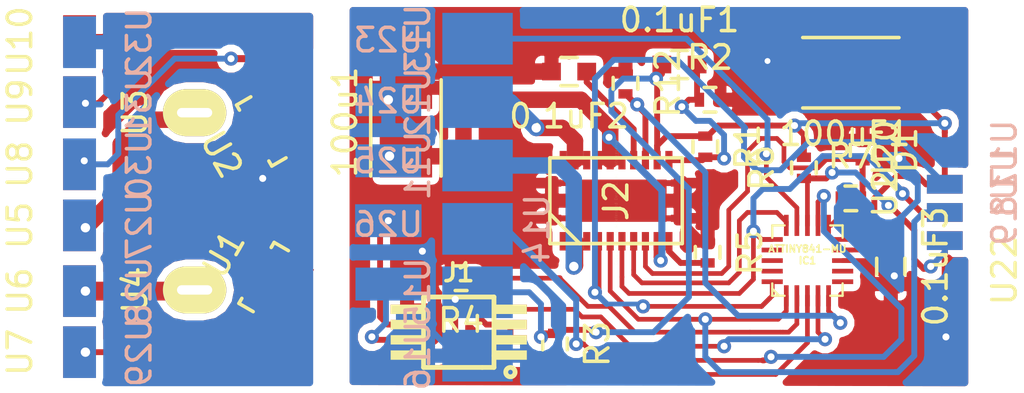
<source format=kicad_pcb>
(kicad_pcb (version 4) (host pcbnew 4.0.2-stable)

  (general
    (links 88)
    (no_connects 7)
    (area 30.885 161.119237 75.075 179.305763)
    (thickness 1.6)
    (drawings 12)
    (tracks 519)
    (zones 0)
    (modules 49)
    (nets 24)
  )

  (page A4)
  (layers
    (0 F.Cu signal)
    (31 B.Cu signal)
    (32 B.Adhes user)
    (33 F.Adhes user)
    (34 B.Paste user)
    (35 F.Paste user)
    (36 B.SilkS user)
    (37 F.SilkS user)
    (38 B.Mask user)
    (39 F.Mask user)
    (40 Dwgs.User user)
    (41 Cmts.User user hide)
    (42 Eco1.User user)
    (43 Eco2.User user)
    (44 Edge.Cuts user)
    (45 Margin user)
    (46 B.CrtYd user)
    (47 F.CrtYd user)
    (48 B.Fab user)
    (49 F.Fab user)
  )

  (setup
    (last_trace_width 0.25)
    (user_trace_width 0.2)
    (user_trace_width 0.3)
    (user_trace_width 0.4)
    (user_trace_width 0.5)
    (user_trace_width 0.7)
    (user_trace_width 0.8)
    (trace_clearance 0.1)
    (zone_clearance 0.3)
    (zone_45_only no)
    (trace_min 0.2)
    (segment_width 0.2)
    (edge_width 0.1)
    (via_size 0.35)
    (via_drill 0.25)
    (via_min_size 0.3)
    (via_min_drill 0.2)
    (user_via 0.4 0.3)
    (user_via 0.5 0.3)
    (user_via 0.6 0.3)
    (user_via 0.7 0.3)
    (user_via 0.7 0.4)
    (uvia_size 0.3)
    (uvia_drill 0.1)
    (uvias_allowed no)
    (uvia_min_size 0.2)
    (uvia_min_drill 0.1)
    (pcb_text_width 0.3)
    (pcb_text_size 1.5 1.5)
    (mod_edge_width 0.15)
    (mod_text_size 1 1)
    (mod_text_width 0.15)
    (pad_size 2 2.7)
    (pad_drill 0.4)
    (pad_to_mask_clearance 0)
    (aux_axis_origin 0 0)
    (grid_origin 33.35 178.05)
    (visible_elements 7FFDFE39)
    (pcbplotparams
      (layerselection 0x020f0_80000001)
      (usegerberextensions false)
      (excludeedgelayer false)
      (linewidth 0.020000)
      (plotframeref false)
      (viasonmask true)
      (mode 1)
      (useauxorigin false)
      (hpglpennumber 1)
      (hpglpenspeed 20)
      (hpglpendiameter 15)
      (hpglpenoverlay 2)
      (psnegative false)
      (psa4output false)
      (plotreference false)
      (plotvalue false)
      (plotinvisibletext false)
      (padsonsilk false)
      (subtractmaskfromsilk false)
      (outputformat 1)
      (mirror false)
      (drillshape 0)
      (scaleselection 1)
      (outputdirectory ""))
  )

  (net 0 "")
  (net 1 +3V3)
  (net 2 "Net-(0.1uF1-Pad2)")
  (net 3 "Net-(0.1uF2-Pad1)")
  (net 4 GND)
  (net 5 VMOT)
  (net 6 DIR)
  (net 7 MCU_RXD0)
  (net 8 MCU_TXD0)
  (net 9 IN2H)
  (net 10 IN1L)
  (net 11 IN1H)
  (net 12 IN2L)
  (net 13 A)
  (net 14 B)
  (net 15 OUT1)
  (net 16 "Net-(J2-Pad11)")
  (net 17 OUT2)
  (net 18 "Net-(IC1-Pad11)")
  (net 19 HALL2)
  (net 20 HALL1)
  (net 21 ADC)
  (net 22 RESET)
  (net 23 nSLEEP)

  (net_class Default "To jest domyślna klasa połączeń."
    (clearance 0.1)
    (trace_width 0.25)
    (via_dia 0.35)
    (via_drill 0.25)
    (uvia_dia 0.3)
    (uvia_drill 0.1)
    (add_net +3V3)
    (add_net A)
    (add_net ADC)
    (add_net B)
    (add_net DIR)
    (add_net GND)
    (add_net HALL1)
    (add_net HALL2)
    (add_net IN1H)
    (add_net IN1L)
    (add_net IN2H)
    (add_net IN2L)
    (add_net MCU_RXD0)
    (add_net MCU_TXD0)
    (add_net "Net-(0.1uF1-Pad2)")
    (add_net "Net-(0.1uF2-Pad1)")
    (add_net "Net-(IC1-Pad11)")
    (add_net "Net-(J2-Pad11)")
    (add_net OUT1)
    (add_net OUT2)
    (add_net RESET)
    (add_net VMOT)
    (add_net nSLEEP)
  )

  (net_class one ""
    (clearance 0.1)
    (trace_width 0.5)
    (via_dia 0.6)
    (via_drill 0.35)
    (uvia_dia 0.3)
    (uvia_drill 0.1)
  )

  (module kicad-libraries-master:QFN20-3X3 (layer F.Cu) (tedit 5717C460) (tstamp 5717A32A)
    (at 65.45 172.65)
    (path /56E9859A)
    (fp_text reference IC1 (at 0 0) (layer F.SilkS)
      (effects (font (size 0.3 0.3) (thickness 0.075)))
    )
    (fp_text value ATTINY841-MU (at 0 -0.5) (layer F.SilkS)
      (effects (font (size 0.3 0.3) (thickness 0.075)))
    )
    (fp_line (start -1.4986 -1.4986) (end -0.97282 -1.4986) (layer F.SilkS) (width 0.09906))
    (fp_line (start 0.97282 -1.4986) (end 1.4986 -1.4986) (layer F.SilkS) (width 0.09906))
    (fp_line (start 1.4986 -1.4986) (end 1.4986 -0.97282) (layer F.SilkS) (width 0.09906))
    (fp_line (start 1.4986 0.97282) (end 1.4986 1.4986) (layer F.SilkS) (width 0.09906))
    (fp_line (start -1.4986 1.4986) (end -0.97282 1.4986) (layer F.SilkS) (width 0.09906))
    (fp_line (start 0.97282 1.4986) (end 1.4986 1.4986) (layer F.SilkS) (width 0.09906))
    (fp_line (start -1.4986 -1.4986) (end -1.4986 -0.97282) (layer F.SilkS) (width 0.09906))
    (fp_line (start -1.4986 0.97282) (end -1.4986 1.4986) (layer F.SilkS) (width 0.09906))
    (fp_line (start -1.4986 1.19888) (end -1.19888 1.4986) (layer F.SilkS) (width 0.09906))
    (pad 1 smd rect (at -0.9 1.5 180) (size 0.2 0.89916) (layers F.Cu F.Paste F.Mask)
      (net 10 IN1L))
    (pad 2 smd rect (at -0.45 1.5 180) (size 0.2 0.89916) (layers F.Cu F.Paste F.Mask)
      (net 6 DIR))
    (pad 3 smd rect (at 0 1.4986 180) (size 0.2 0.89916) (layers F.Cu F.Paste F.Mask)
      (net 7 MCU_RXD0))
    (pad 4 smd rect (at 0.45 1.5 180) (size 0.2 0.89916) (layers F.Cu F.Paste F.Mask)
      (net 8 MCU_TXD0))
    (pad 5 smd rect (at 0.9 1.5 180) (size 0.2 0.89916) (layers F.Cu F.Paste F.Mask)
      (net 21 ADC))
    (pad 6 smd rect (at 1.5 0.9 270) (size 0.2 0.89916) (layers F.Cu F.Paste F.Mask))
    (pad 7 smd rect (at 1.5 0.45 270) (size 0.2 0.89916) (layers F.Cu F.Paste F.Mask))
    (pad 8 smd rect (at 1.4986 0 270) (size 0.2 0.89916) (layers F.Cu F.Paste F.Mask)
      (net 4 GND))
    (pad 9 smd rect (at 1.5 -0.45 270) (size 0.2 0.89916) (layers F.Cu F.Paste F.Mask)
      (net 1 +3V3))
    (pad 10 smd rect (at 1.5 -0.9 270) (size 0.2 0.89916) (layers F.Cu F.Paste F.Mask))
    (pad 11 smd rect (at 0.9 -1.5) (size 0.2 0.89916) (layers F.Cu F.Paste F.Mask)
      (net 18 "Net-(IC1-Pad11)"))
    (pad 12 smd rect (at 0.45 -1.5) (size 0.2 0.89916) (layers F.Cu F.Paste F.Mask)
      (net 19 HALL2))
    (pad 13 smd rect (at 0 -1.4986) (size 0.2 0.89916) (layers F.Cu F.Paste F.Mask)
      (net 22 RESET))
    (pad 14 smd rect (at -0.45 -1.5) (size 0.2 0.89916) (layers F.Cu F.Paste F.Mask)
      (net 20 HALL1))
    (pad 15 smd rect (at -0.9 -1.5) (size 0.2 0.89916) (layers F.Cu F.Paste F.Mask)
      (net 12 IN2L))
    (pad 16 smd rect (at -1.5 -0.9 90) (size 0.2 0.89916) (layers F.Cu F.Paste F.Mask)
      (net 9 IN2H))
    (pad 17 smd rect (at -1.5 -0.45 90) (size 0.2 0.89916) (layers F.Cu F.Paste F.Mask))
    (pad 18 smd rect (at -1.4986 0 90) (size 0.2 0.89916) (layers F.Cu F.Paste F.Mask))
    (pad 19 smd rect (at -1.5 0.45 90) (size 0.2 0.89916) (layers F.Cu F.Paste F.Mask))
    (pad 20 smd rect (at -1.5 0.9 90) (size 0.2 0.89916) (layers F.Cu F.Paste F.Mask)
      (net 11 IN1H))
  )

  (module pad_round:pad_zlacze (layer B.Cu) (tedit 57169577) (tstamp 56FC0706)
    (at 47.6 173.65)
    (path /56FC27DC)
    (fp_text reference U26 (at 0 -2.54) (layer B.SilkS)
      (effects (font (size 1 1) (thickness 0.15)) (justify mirror))
    )
    (fp_text value pad (at 0 2.54) (layer B.Fab)
      (effects (font (size 1 1) (thickness 0.15)) (justify mirror))
    )
    (pad 1 smd rect (at 0 0) (size 2.8 1.4) (layers B.Cu B.Paste B.Mask)
      (net 14 B))
  )

  (module SN65HVD3082EDGK:VSSOP8_P0.65mm_W3mm (layer F.Cu) (tedit 0) (tstamp 56ED96ED)
    (at 50.6 175.7 180)
    (path /56E9E20E)
    (solder_mask_margin 0.0762)
    (solder_paste_margin -0.0254)
    (attr smd)
    (fp_text reference J1 (at 0 2.54 180) (layer F.SilkS)
      (effects (font (size 0.762 0.762) (thickness 0.1524)))
    )
    (fp_text value SN65HVD3082EDGK (at 0 0 180) (layer F.SilkS) hide
      (effects (font (size 0.762 0.762) (thickness 0.1524)))
    )
    (fp_circle (center -2.2 -1.7) (end -2.2 -1.5) (layer F.SilkS) (width 0.2032))
    (fp_line (start -1 -1.5) (end -1.5 -1.5) (layer F.SilkS) (width 0.2032))
    (fp_line (start -1.5 -1.5) (end -1.5 -1) (layer F.SilkS) (width 0.2032))
    (fp_line (start -1 -1.5) (end 1.5 -1.5) (layer F.SilkS) (width 0.2032))
    (fp_line (start -1.5 -1) (end -1.5 1.5) (layer F.SilkS) (width 0.2032))
    (fp_line (start -1.5 1.5) (end 1.5 1.5) (layer F.SilkS) (width 0.2032))
    (fp_line (start 1.5 1.5) (end 1.5 -1.5) (layer F.SilkS) (width 0.2032))
    (pad 1 smd rect (at -2.2 -0.975 180) (size 1.4 0.4) (layers F.Cu F.Paste F.SilkS F.Mask)
      (net 7 MCU_RXD0))
    (pad 2 smd rect (at -2.2 -0.325 180) (size 1.4 0.4) (layers F.Cu F.Paste F.SilkS F.Mask)
      (net 6 DIR))
    (pad 3 smd rect (at -2.2 0.325 180) (size 1.4 0.4) (layers F.Cu F.Paste F.SilkS F.Mask)
      (net 6 DIR))
    (pad 4 smd rect (at -2.2 0.975 180) (size 1.4 0.4) (layers F.Cu F.Paste F.SilkS F.Mask)
      (net 8 MCU_TXD0))
    (pad 5 smd rect (at 2.2 0.975 180) (size 1.4 0.4) (layers F.Cu F.Paste F.SilkS F.Mask)
      (net 4 GND))
    (pad 6 smd rect (at 2.2 0.325 180) (size 1.4 0.4) (layers F.Cu F.Paste F.SilkS F.Mask)
      (net 13 A))
    (pad 7 smd rect (at 2.2 -0.325 180) (size 1.4 0.4) (layers F.Cu F.Paste F.SilkS F.Mask)
      (net 14 B))
    (pad 8 smd rect (at 2.2 -0.975 180) (size 1.4 0.4) (layers F.Cu F.Paste F.SilkS F.Mask)
      (net 1 +3V3))
  )

  (module Resistors_SMD:R_0402 (layer F.Cu) (tedit 572E692A) (tstamp 56ED973A)
    (at 61.3 165.8)
    (descr "Resistor SMD 0402, reflow soldering, Vishay (see dcrcw.pdf)")
    (tags "resistor 0402")
    (path /56E9A5B2)
    (attr smd)
    (fp_text reference R2 (at 0 -1.8) (layer F.SilkS)
      (effects (font (size 1 1) (thickness 0.15)))
    )
    (fp_text value 40.2K (at 2.8 -0.1) (layer F.Fab)
      (effects (font (size 1 1) (thickness 0.15)))
    )
    (fp_line (start -0.95 -0.65) (end 0.95 -0.65) (layer F.CrtYd) (width 0.05))
    (fp_line (start -0.95 0.65) (end 0.95 0.65) (layer F.CrtYd) (width 0.05))
    (fp_line (start -0.95 -0.65) (end -0.95 0.65) (layer F.CrtYd) (width 0.05))
    (fp_line (start 0.95 -0.65) (end 0.95 0.65) (layer F.CrtYd) (width 0.05))
    (fp_line (start 0.25 -0.525) (end -0.25 -0.525) (layer F.SilkS) (width 0.15))
    (fp_line (start -0.25 0.525) (end 0.25 0.525) (layer F.SilkS) (width 0.15))
    (pad 1 smd rect (at -0.45 0) (size 0.4 0.6) (layers F.Cu F.Paste F.Mask)
      (net 2 "Net-(0.1uF1-Pad2)"))
    (pad 2 smd rect (at 0.45 0) (size 0.4 0.6) (layers F.Cu F.Paste F.Mask)
      (net 4 GND))
    (model Resistors_SMD.3dshapes/R_0402.wrl
      (at (xyz 0 0 0))
      (scale (xyz 1 1 1))
      (rotate (xyz 0 0 0))
    )
  )

  (module Capacitors_SMD:C_0603 (layer F.Cu) (tedit 572E693E) (tstamp 56ED9685)
    (at 55.3 164.6 180)
    (descr "Capacitor SMD 0603, reflow soldering, AVX (see smccp.pdf)")
    (tags "capacitor 0603")
    (path /56E9D608)
    (attr smd)
    (fp_text reference 0.1uF2 (at 0 -1.9 180) (layer F.SilkS)
      (effects (font (size 1 1) (thickness 0.15)))
    )
    (fp_text value C (at 0.9 1.35 180) (layer F.Fab)
      (effects (font (size 1 1) (thickness 0.15)))
    )
    (fp_line (start -1.45 -0.75) (end 1.45 -0.75) (layer F.CrtYd) (width 0.05))
    (fp_line (start -1.45 0.75) (end 1.45 0.75) (layer F.CrtYd) (width 0.05))
    (fp_line (start -1.45 -0.75) (end -1.45 0.75) (layer F.CrtYd) (width 0.05))
    (fp_line (start 1.45 -0.75) (end 1.45 0.75) (layer F.CrtYd) (width 0.05))
    (fp_line (start -0.35 -0.6) (end 0.35 -0.6) (layer F.SilkS) (width 0.15))
    (fp_line (start 0.35 0.6) (end -0.35 0.6) (layer F.SilkS) (width 0.15))
    (pad 1 smd rect (at -0.75 0 180) (size 0.8 0.75) (layers F.Cu F.Paste F.Mask)
      (net 3 "Net-(0.1uF2-Pad1)"))
    (pad 2 smd rect (at 0.75 0 180) (size 0.8 0.75) (layers F.Cu F.Paste F.Mask)
      (net 4 GND))
    (model Capacitors_SMD.3dshapes/C_0603.wrl
      (at (xyz 0 0 0))
      (scale (xyz 1 1 1))
      (rotate (xyz 0 0 0))
    )
  )

  (module Resistors_SMD:R_0402 (layer F.Cu) (tedit 572E699F) (tstamp 56ED976A)
    (at 65.3 168.7 90)
    (descr "Resistor SMD 0402, reflow soldering, Vishay (see dcrcw.pdf)")
    (tags "resistor 0402")
    (path /56EA4D46)
    (attr smd)
    (fp_text reference R6 (at 0 -1.8 90) (layer F.SilkS)
      (effects (font (size 1 1) (thickness 0.15)))
    )
    (fp_text value 10K (at 0.4 1.15 90) (layer F.Fab)
      (effects (font (size 1 1) (thickness 0.15)))
    )
    (fp_line (start -0.95 -0.65) (end 0.95 -0.65) (layer F.CrtYd) (width 0.05))
    (fp_line (start -0.95 0.65) (end 0.95 0.65) (layer F.CrtYd) (width 0.05))
    (fp_line (start -0.95 -0.65) (end -0.95 0.65) (layer F.CrtYd) (width 0.05))
    (fp_line (start 0.95 -0.65) (end 0.95 0.65) (layer F.CrtYd) (width 0.05))
    (fp_line (start 0.25 -0.525) (end -0.25 -0.525) (layer F.SilkS) (width 0.15))
    (fp_line (start -0.25 0.525) (end 0.25 0.525) (layer F.SilkS) (width 0.15))
    (pad 1 smd rect (at -0.45 0 90) (size 0.4 0.6) (layers F.Cu F.Paste F.Mask)
      (net 22 RESET))
    (pad 2 smd rect (at 0.45 0 90) (size 0.4 0.6) (layers F.Cu F.Paste F.Mask)
      (net 1 +3V3))
    (model Resistors_SMD.3dshapes/R_0402.wrl
      (at (xyz 0 0 0))
      (scale (xyz 1 1 1))
      (rotate (xyz 0 0 0))
    )
  )

  (module Capacitors_SMD:C_0603 (layer F.Cu) (tedit 572E693C) (tstamp 56ED9679)
    (at 60 164.3)
    (descr "Capacitor SMD 0603, reflow soldering, AVX (see smccp.pdf)")
    (tags "capacitor 0603")
    (path /56E9A2E3)
    (attr smd)
    (fp_text reference 0.1uF1 (at 0 -1.9) (layer F.SilkS)
      (effects (font (size 1 1) (thickness 0.15)))
    )
    (fp_text value C (at -1.05 -1.2) (layer F.Fab)
      (effects (font (size 1 1) (thickness 0.15)))
    )
    (fp_line (start -1.45 -0.75) (end 1.45 -0.75) (layer F.CrtYd) (width 0.05))
    (fp_line (start -1.45 0.75) (end 1.45 0.75) (layer F.CrtYd) (width 0.05))
    (fp_line (start -1.45 -0.75) (end -1.45 0.75) (layer F.CrtYd) (width 0.05))
    (fp_line (start 1.45 -0.75) (end 1.45 0.75) (layer F.CrtYd) (width 0.05))
    (fp_line (start -0.35 -0.6) (end 0.35 -0.6) (layer F.SilkS) (width 0.15))
    (fp_line (start 0.35 0.6) (end -0.35 0.6) (layer F.SilkS) (width 0.15))
    (pad 1 smd rect (at -0.75 0) (size 0.8 0.75) (layers F.Cu F.Paste F.Mask)
      (net 1 +3V3))
    (pad 2 smd rect (at 0.75 0) (size 0.8 0.75) (layers F.Cu F.Paste F.Mask)
      (net 2 "Net-(0.1uF1-Pad2)"))
    (model Capacitors_SMD.3dshapes/C_0603.wrl
      (at (xyz 0 0 0))
      (scale (xyz 1 1 1))
      (rotate (xyz 0 0 0))
    )
  )

  (module Resistors_SMD:R_0402 (layer F.Cu) (tedit 572E6936) (tstamp 56ED972E)
    (at 61.1 167.8 270)
    (descr "Resistor SMD 0402, reflow soldering, Vishay (see dcrcw.pdf)")
    (tags "resistor 0402")
    (path /56E9A231)
    (attr smd)
    (fp_text reference R1 (at 0 -1.8 270) (layer F.SilkS)
      (effects (font (size 1 1) (thickness 0.15)))
    )
    (fp_text value 127K (at 0.85 -1.75 270) (layer F.Fab)
      (effects (font (size 1 1) (thickness 0.15)))
    )
    (fp_line (start -0.95 -0.65) (end 0.95 -0.65) (layer F.CrtYd) (width 0.05))
    (fp_line (start -0.95 0.65) (end 0.95 0.65) (layer F.CrtYd) (width 0.05))
    (fp_line (start -0.95 -0.65) (end -0.95 0.65) (layer F.CrtYd) (width 0.05))
    (fp_line (start 0.95 -0.65) (end 0.95 0.65) (layer F.CrtYd) (width 0.05))
    (fp_line (start 0.25 -0.525) (end -0.25 -0.525) (layer F.SilkS) (width 0.15))
    (fp_line (start -0.25 0.525) (end 0.25 0.525) (layer F.SilkS) (width 0.15))
    (pad 1 smd rect (at -0.45 0 270) (size 0.4 0.6) (layers F.Cu F.Paste F.Mask)
      (net 1 +3V3))
    (pad 2 smd rect (at 0.45 0 270) (size 0.4 0.6) (layers F.Cu F.Paste F.Mask)
      (net 2 "Net-(0.1uF1-Pad2)"))
    (model Resistors_SMD.3dshapes/R_0402.wrl
      (at (xyz 0 0 0))
      (scale (xyz 1 1 1))
      (rotate (xyz 0 0 0))
    )
  )

  (module Resistors_SMD:R_0402 (layer F.Cu) (tedit 572E69B3) (tstamp 56ED9746)
    (at 54.7 176.2 270)
    (descr "Resistor SMD 0402, reflow soldering, Vishay (see dcrcw.pdf)")
    (tags "resistor 0402")
    (path /56EA4030)
    (attr smd)
    (fp_text reference R3 (at 0 -1.8 270) (layer F.SilkS)
      (effects (font (size 1 1) (thickness 0.15)))
    )
    (fp_text value 10K (at 0 -1.05 270) (layer F.Fab)
      (effects (font (size 1 1) (thickness 0.15)))
    )
    (fp_line (start -0.95 -0.65) (end 0.95 -0.65) (layer F.CrtYd) (width 0.05))
    (fp_line (start -0.95 0.65) (end 0.95 0.65) (layer F.CrtYd) (width 0.05))
    (fp_line (start -0.95 -0.65) (end -0.95 0.65) (layer F.CrtYd) (width 0.05))
    (fp_line (start 0.95 -0.65) (end 0.95 0.65) (layer F.CrtYd) (width 0.05))
    (fp_line (start 0.25 -0.525) (end -0.25 -0.525) (layer F.SilkS) (width 0.15))
    (fp_line (start -0.25 0.525) (end 0.25 0.525) (layer F.SilkS) (width 0.15))
    (pad 1 smd rect (at -0.45 0 270) (size 0.4 0.6) (layers F.Cu F.Paste F.Mask)
      (net 1 +3V3))
    (pad 2 smd rect (at 0.45 0 270) (size 0.4 0.6) (layers F.Cu F.Paste F.Mask)
      (net 7 MCU_RXD0))
    (model Resistors_SMD.3dshapes/R_0402.wrl
      (at (xyz 0 0 0))
      (scale (xyz 1 1 1))
      (rotate (xyz 0 0 0))
    )
  )

  (module Resistors_SMD:R_0402 (layer F.Cu) (tedit 572E69AB) (tstamp 56ED9752)
    (at 50.7 173.4 180)
    (descr "Resistor SMD 0402, reflow soldering, Vishay (see dcrcw.pdf)")
    (tags "resistor 0402")
    (path /56EA332A)
    (attr smd)
    (fp_text reference R4 (at 0 -1.8 180) (layer F.SilkS)
      (effects (font (size 1 1) (thickness 0.15)))
    )
    (fp_text value 10K (at 0.05 0.9 180) (layer F.Fab)
      (effects (font (size 1 1) (thickness 0.15)))
    )
    (fp_line (start -0.95 -0.65) (end 0.95 -0.65) (layer F.CrtYd) (width 0.05))
    (fp_line (start -0.95 0.65) (end 0.95 0.65) (layer F.CrtYd) (width 0.05))
    (fp_line (start -0.95 -0.65) (end -0.95 0.65) (layer F.CrtYd) (width 0.05))
    (fp_line (start 0.95 -0.65) (end 0.95 0.65) (layer F.CrtYd) (width 0.05))
    (fp_line (start 0.25 -0.525) (end -0.25 -0.525) (layer F.SilkS) (width 0.15))
    (fp_line (start -0.25 0.525) (end 0.25 0.525) (layer F.SilkS) (width 0.15))
    (pad 1 smd rect (at -0.45 0 180) (size 0.4 0.6) (layers F.Cu F.Paste F.Mask)
      (net 6 DIR))
    (pad 2 smd rect (at 0.45 0 180) (size 0.4 0.6) (layers F.Cu F.Paste F.Mask)
      (net 4 GND))
    (model Resistors_SMD.3dshapes/R_0402.wrl
      (at (xyz 0 0 0))
      (scale (xyz 1 1 1))
      (rotate (xyz 0 0 0))
    )
  )

  (module Resistors_SMD:R_0402 (layer F.Cu) (tedit 572E6961) (tstamp 56ED975E)
    (at 61.2 172.3 270)
    (descr "Resistor SMD 0402, reflow soldering, Vishay (see dcrcw.pdf)")
    (tags "resistor 0402")
    (path /56E9C558)
    (attr smd)
    (fp_text reference R5 (at 0 -1.8 270) (layer F.SilkS)
      (effects (font (size 1 1) (thickness 0.15)))
    )
    (fp_text value 2.4K (at 0.25 -1.15 270) (layer F.Fab)
      (effects (font (size 1 1) (thickness 0.15)))
    )
    (fp_line (start -0.95 -0.65) (end 0.95 -0.65) (layer F.CrtYd) (width 0.05))
    (fp_line (start -0.95 0.65) (end 0.95 0.65) (layer F.CrtYd) (width 0.05))
    (fp_line (start -0.95 -0.65) (end -0.95 0.65) (layer F.CrtYd) (width 0.05))
    (fp_line (start 0.95 -0.65) (end 0.95 0.65) (layer F.CrtYd) (width 0.05))
    (fp_line (start 0.25 -0.525) (end -0.25 -0.525) (layer F.SilkS) (width 0.15))
    (fp_line (start -0.25 0.525) (end 0.25 0.525) (layer F.SilkS) (width 0.15))
    (pad 1 smd rect (at -0.45 0 270) (size 0.4 0.6) (layers F.Cu F.Paste F.Mask)
      (net 4 GND))
    (pad 2 smd rect (at 0.45 0 270) (size 0.4 0.6) (layers F.Cu F.Paste F.Mask)
      (net 16 "Net-(J2-Pad11)"))
    (model Resistors_SMD.3dshapes/R_0402.wrl
      (at (xyz 0 0 0))
      (scale (xyz 1 1 1))
      (rotate (xyz 0 0 0))
    )
  )

  (module Resistors_SMD:R_0402 (layer F.Cu) (tedit 572E699C) (tstamp 56EDB016)
    (at 67.8 167.95 270)
    (descr "Resistor SMD 0402, reflow soldering, Vishay (see dcrcw.pdf)")
    (tags "resistor 0402")
    (path /56EE0F47)
    (attr smd)
    (fp_text reference D1 (at 0 -1.8 270) (layer F.SilkS)
      (effects (font (size 1 1) (thickness 0.15)))
    )
    (fp_text value LED (at 0 -1.3 270) (layer F.Fab)
      (effects (font (size 1 1) (thickness 0.15)))
    )
    (fp_line (start -0.95 -0.65) (end 0.95 -0.65) (layer F.CrtYd) (width 0.05))
    (fp_line (start -0.95 0.65) (end 0.95 0.65) (layer F.CrtYd) (width 0.05))
    (fp_line (start -0.95 -0.65) (end -0.95 0.65) (layer F.CrtYd) (width 0.05))
    (fp_line (start 0.95 -0.65) (end 0.95 0.65) (layer F.CrtYd) (width 0.05))
    (fp_line (start 0.25 -0.525) (end -0.25 -0.525) (layer F.SilkS) (width 0.15))
    (fp_line (start -0.25 0.525) (end 0.25 0.525) (layer F.SilkS) (width 0.15))
    (pad 1 smd rect (at -0.45 0 270) (size 0.4 0.6) (layers F.Cu F.Paste F.Mask)
      (net 4 GND))
    (pad 2 smd rect (at 0.45 0 270) (size 0.4 0.6) (layers F.Cu F.Paste F.Mask)
      (net 23 nSLEEP))
    (model Resistors_SMD.3dshapes/R_0402.wrl
      (at (xyz 0 0 0))
      (scale (xyz 1 1 1))
      (rotate (xyz 0 0 0))
    )
  )

  (module Resistors_SMD:R_0402 (layer F.Cu) (tedit 572E698E) (tstamp 56EDB022)
    (at 67.3 170)
    (descr "Resistor SMD 0402, reflow soldering, Vishay (see dcrcw.pdf)")
    (tags "resistor 0402")
    (path /56EE0EF1)
    (attr smd)
    (fp_text reference R7 (at 0 -1.8) (layer F.SilkS)
      (effects (font (size 1 1) (thickness 0.15)))
    )
    (fp_text value 220R (at 1.75 1.4) (layer F.Fab)
      (effects (font (size 1 1) (thickness 0.15)))
    )
    (fp_line (start -0.95 -0.65) (end 0.95 -0.65) (layer F.CrtYd) (width 0.05))
    (fp_line (start -0.95 0.65) (end 0.95 0.65) (layer F.CrtYd) (width 0.05))
    (fp_line (start -0.95 -0.65) (end -0.95 0.65) (layer F.CrtYd) (width 0.05))
    (fp_line (start 0.95 -0.65) (end 0.95 0.65) (layer F.CrtYd) (width 0.05))
    (fp_line (start 0.25 -0.525) (end -0.25 -0.525) (layer F.SilkS) (width 0.15))
    (fp_line (start -0.25 0.525) (end 0.25 0.525) (layer F.SilkS) (width 0.15))
    (pad 1 smd rect (at -0.45 0) (size 0.4 0.6) (layers F.Cu F.Paste F.Mask)
      (net 18 "Net-(IC1-Pad11)"))
    (pad 2 smd rect (at 0.45 0) (size 0.4 0.6) (layers F.Cu F.Paste F.Mask)
      (net 23 nSLEEP))
    (model Resistors_SMD.3dshapes/R_0402.wrl
      (at (xyz 0 0 0))
      (scale (xyz 1 1 1))
      (rotate (xyz 0 0 0))
    )
  )

  (module Capacitors_SMD:C_0603 (layer F.Cu) (tedit 572E6993) (tstamp 56EDDA50)
    (at 69 172.9 270)
    (descr "Capacitor SMD 0603, reflow soldering, AVX (see smccp.pdf)")
    (tags "capacitor 0603")
    (path /56EE284A)
    (attr smd)
    (fp_text reference 0.1uF3 (at 0 -1.9 270) (layer F.SilkS)
      (effects (font (size 1 1) (thickness 0.15)))
    )
    (fp_text value C (at 1.6 1.15 270) (layer F.Fab)
      (effects (font (size 1 1) (thickness 0.15)))
    )
    (fp_line (start -1.45 -0.75) (end 1.45 -0.75) (layer F.CrtYd) (width 0.05))
    (fp_line (start -1.45 0.75) (end 1.45 0.75) (layer F.CrtYd) (width 0.05))
    (fp_line (start -1.45 -0.75) (end -1.45 0.75) (layer F.CrtYd) (width 0.05))
    (fp_line (start 1.45 -0.75) (end 1.45 0.75) (layer F.CrtYd) (width 0.05))
    (fp_line (start -0.35 -0.6) (end 0.35 -0.6) (layer F.SilkS) (width 0.15))
    (fp_line (start 0.35 0.6) (end -0.35 0.6) (layer F.SilkS) (width 0.15))
    (pad 1 smd rect (at -0.75 0 270) (size 0.8 0.75) (layers F.Cu F.Paste F.Mask)
      (net 1 +3V3))
    (pad 2 smd rect (at 0.75 0 270) (size 0.8 0.75) (layers F.Cu F.Paste F.Mask)
      (net 4 GND))
    (model Capacitors_SMD.3dshapes/C_0603.wrl
      (at (xyz 0 0 0))
      (scale (xyz 1 1 1))
      (rotate (xyz 0 0 0))
    )
  )

  (module pad_round:pad_round (layer F.Cu) (tedit 57169E6A) (tstamp 56EF1853)
    (at 39.35 166.35 270)
    (path /56EF3BBC)
    (fp_text reference U3 (at 0 2.54 270) (layer F.SilkS)
      (effects (font (size 1 1) (thickness 0.15)))
    )
    (fp_text value pad_round (at 0 -2.54 270) (layer F.Fab)
      (effects (font (size 1 1) (thickness 0.15)))
    )
    (pad 1 thru_hole oval (at 0 0 270) (size 2 2.7) (drill oval 0.4 1.5) (layers *.Cu *.Mask F.SilkS)
      (net 15 OUT1))
  )

  (module pad_round:pad_round (layer F.Cu) (tedit 57169E7F) (tstamp 56EF1858)
    (at 39.35 173.9 270)
    (path /56EF3C44)
    (fp_text reference U4 (at 0 2.54 270) (layer F.SilkS)
      (effects (font (size 1 1) (thickness 0.15)))
    )
    (fp_text value pad_round (at 0 -2.54 270) (layer F.Fab)
      (effects (font (size 1 1) (thickness 0.15)))
    )
    (pad 1 thru_hole oval (at 0 0 270) (size 2 2.7) (drill oval 0.4 1.5) (layers *.Cu *.Mask F.SilkS)
      (net 17 OUT2))
  )

  (module pad_round:pad_square (layer B.Cu) (tedit 56EF1764) (tstamp 56EF1DF6)
    (at 51.4 168.6 90)
    (path /56EFC0B5)
    (fp_text reference U11 (at 0 -2.54 90) (layer B.SilkS)
      (effects (font (size 1 1) (thickness 0.15)) (justify mirror))
    )
    (fp_text value pad (at 0 2.54 90) (layer B.Fab)
      (effects (font (size 1 1) (thickness 0.15)) (justify mirror))
    )
    (pad 1 smd trapezoid (at 0 0 90) (size 2.2 3) (layers B.Cu B.Paste B.Mask)
      (net 15 OUT1))
  )

  (module pad_round:pad_square (layer B.Cu) (tedit 56EF1764) (tstamp 56EF1DFB)
    (at 51.4 165.9 90)
    (path /56EFC12C)
    (fp_text reference U12 (at 0 -2.54 90) (layer B.SilkS)
      (effects (font (size 1 1) (thickness 0.15)) (justify mirror))
    )
    (fp_text value pad (at 0 2.54 90) (layer B.Fab)
      (effects (font (size 1 1) (thickness 0.15)) (justify mirror))
    )
    (pad 1 smd trapezoid (at 0 0 90) (size 2.2 3) (layers B.Cu B.Paste B.Mask)
      (net 17 OUT2))
  )

  (module pad_round:pad_square (layer B.Cu) (tedit 56EF1764) (tstamp 56EF1E00)
    (at 51.4 163.2 90)
    (path /56EFC472)
    (fp_text reference U13 (at 0 -2.54 90) (layer B.SilkS)
      (effects (font (size 1 1) (thickness 0.15)) (justify mirror))
    )
    (fp_text value pad (at 0 2.54 90) (layer B.Fab)
      (effects (font (size 1 1) (thickness 0.15)) (justify mirror))
    )
    (pad 1 smd trapezoid (at 0 0 90) (size 2.2 3) (layers B.Cu B.Paste B.Mask)
      (net 20 HALL1))
  )

  (module pad_round:pad_square (layer B.Cu) (tedit 56EF1764) (tstamp 56EF1E05)
    (at 51.4 171.3 270)
    (path /56EFC4E9)
    (fp_text reference U14 (at 0 -2.54 270) (layer B.SilkS)
      (effects (font (size 1 1) (thickness 0.15)) (justify mirror))
    )
    (fp_text value pad (at 0 2.54 270) (layer B.Fab)
      (effects (font (size 1 1) (thickness 0.15)) (justify mirror))
    )
    (pad 1 smd trapezoid (at 0 0 270) (size 2.2 3) (layers B.Cu B.Paste B.Mask)
      (net 19 HALL2))
  )

  (module pad_round:pad_square (layer B.Cu) (tedit 56EF1764) (tstamp 56EF1E0A)
    (at 51.4 174 90)
    (path /56EFC567)
    (fp_text reference U15 (at 0 -2.54 90) (layer B.SilkS)
      (effects (font (size 1 1) (thickness 0.15)) (justify mirror))
    )
    (fp_text value pad (at 0 2.54 90) (layer B.Fab)
      (effects (font (size 1 1) (thickness 0.15)) (justify mirror))
    )
    (pad 1 smd trapezoid (at 0 0 90) (size 2.2 3) (layers B.Cu B.Paste B.Mask)
      (net 1 +3V3))
  )

  (module pad_round:pad_square (layer B.Cu) (tedit 56EF1764) (tstamp 56EF1E0F)
    (at 51.4 176.7 90)
    (path /56EFC5E8)
    (fp_text reference U16 (at 0 -2.54 90) (layer B.SilkS)
      (effects (font (size 1 1) (thickness 0.15)) (justify mirror))
    )
    (fp_text value pad (at 0 2.54 90) (layer B.Fab)
      (effects (font (size 1 1) (thickness 0.15)) (justify mirror))
    )
    (pad 1 smd trapezoid (at 0 0 90) (size 2.2 3) (layers B.Cu B.Paste B.Mask)
      (net 4 GND))
  )

  (module Resistors_SMD:R_0402 (layer F.Cu) (tedit 572E694B) (tstamp 56F5AA65)
    (at 57.7 165.1 270)
    (descr "Resistor SMD 0402, reflow soldering, Vishay (see dcrcw.pdf)")
    (tags "resistor 0402")
    (path /56E9DA58)
    (attr smd)
    (fp_text reference R12 (at 0 -1.8 270) (layer F.SilkS)
      (effects (font (size 1 1) (thickness 0.15)))
    )
    (fp_text value 1K (at 1.15 1.25 270) (layer F.Fab)
      (effects (font (size 1 1) (thickness 0.15)))
    )
    (fp_line (start -0.95 -0.65) (end 0.95 -0.65) (layer F.CrtYd) (width 0.05))
    (fp_line (start -0.95 0.65) (end 0.95 0.65) (layer F.CrtYd) (width 0.05))
    (fp_line (start -0.95 -0.65) (end -0.95 0.65) (layer F.CrtYd) (width 0.05))
    (fp_line (start 0.95 -0.65) (end 0.95 0.65) (layer F.CrtYd) (width 0.05))
    (fp_line (start 0.25 -0.525) (end -0.25 -0.525) (layer F.SilkS) (width 0.15))
    (fp_line (start -0.25 0.525) (end 0.25 0.525) (layer F.SilkS) (width 0.15))
    (pad 1 smd rect (at -0.45 0 270) (size 0.4 0.6) (layers F.Cu F.Paste F.Mask)
      (net 4 GND))
    (pad 2 smd rect (at 0.45 0 270) (size 0.4 0.6) (layers F.Cu F.Paste F.Mask)
      (net 21 ADC))
    (model Resistors_SMD.3dshapes/R_0402.wrl
      (at (xyz 0 0 0))
      (scale (xyz 1 1 1))
      (rotate (xyz 0 0 0))
    )
  )

  (module pad_round:pad_isp (layer B.Cu) (tedit 56F69507) (tstamp 56F6964F)
    (at 71.3 169.4 270)
    (path /56F6A110)
    (fp_text reference U17 (at -1.27 -2.54 270) (layer B.SilkS)
      (effects (font (size 1 1) (thickness 0.15)) (justify mirror))
    )
    (fp_text value MISO (at -1.27 2.54 270) (layer B.Fab)
      (effects (font (size 1 1) (thickness 0.15)) (justify mirror))
    )
    (pad 1 smd rect (at 0 0 270) (size 0.8 1.524) (layers B.Cu B.Paste B.Mask)
      (net 11 IN1H))
  )

  (module pad_round:pad_isp (layer B.Cu) (tedit 56F69507) (tstamp 56F69654)
    (at 71.3 170.6 270)
    (path /56F6A710)
    (fp_text reference U18 (at -1.27 -2.54 270) (layer B.SilkS)
      (effects (font (size 1 1) (thickness 0.15)) (justify mirror))
    )
    (fp_text value SCK (at -1.27 2.54 270) (layer B.Fab)
      (effects (font (size 1 1) (thickness 0.15)) (justify mirror))
    )
    (pad 1 smd rect (at 0 0 270) (size 0.8 1.524) (layers B.Cu B.Paste B.Mask)
      (net 10 IN1L))
  )

  (module pad_round:pad_isp (layer B.Cu) (tedit 56F69507) (tstamp 56F69659)
    (at 71.3 171.8 270)
    (path /56F6A794)
    (fp_text reference U19 (at -1.27 -2.54 270) (layer B.SilkS)
      (effects (font (size 1 1) (thickness 0.15)) (justify mirror))
    )
    (fp_text value RESET (at -1.27 2.54 270) (layer B.Fab)
      (effects (font (size 1 1) (thickness 0.15)) (justify mirror))
    )
    (pad 1 smd rect (at 0 0 270) (size 0.8 1.524) (layers B.Cu B.Paste B.Mask)
      (net 22 RESET))
  )

  (module pad_round:pad_isp (layer F.Cu) (tedit 56F69507) (tstamp 56F6965E)
    (at 71.3 169.4 270)
    (path /56F6A81F)
    (fp_text reference U20 (at -1.27 2.54 270) (layer F.SilkS)
      (effects (font (size 1 1) (thickness 0.15)))
    )
    (fp_text value pad (at -1.27 -2.54 270) (layer F.Fab)
      (effects (font (size 1 1) (thickness 0.15)))
    )
    (pad 1 smd rect (at 0 0 270) (size 0.8 1.524) (layers F.Cu F.Paste F.Mask)
      (net 1 +3V3))
  )

  (module pad_round:pad_isp (layer F.Cu) (tedit 56F69507) (tstamp 56F69663)
    (at 71.3 170.6 270)
    (path /56F6AC43)
    (fp_text reference U21 (at -1.27 2.54 270) (layer F.SilkS)
      (effects (font (size 1 1) (thickness 0.15)))
    )
    (fp_text value MOSI (at -1.27 -2.54 270) (layer F.Fab)
      (effects (font (size 1 1) (thickness 0.15)))
    )
    (pad 1 smd rect (at 0 0 270) (size 0.8 1.524) (layers F.Cu F.Paste F.Mask)
      (net 9 IN2H))
  )

  (module pad_round:pad_isp (layer F.Cu) (tedit 572E6988) (tstamp 56F69668)
    (at 71.3 171.8 90)
    (path /56F6ACD0)
    (fp_text reference U22 (at -1.27 2.54 90) (layer F.SilkS)
      (effects (font (size 1 1) (thickness 0.15)))
    )
    (fp_text value pad (at -0.6 2.9 90) (layer F.Fab)
      (effects (font (size 1 1) (thickness 0.15)))
    )
    (pad 1 smd rect (at 0 0 90) (size 0.8 1.524) (layers F.Cu F.Paste F.Mask)
      (net 4 GND))
  )

  (module drv8850:DRV8850_RGY_24 (layer F.Cu) (tedit 572E695C) (tstamp 56ED970F)
    (at 57.3 170.1 90)
    (path /56E99D4C)
    (fp_text reference J2 (at 0 0 90) (layer F.SilkS)
      (effects (font (size 1 1) (thickness 0.15)))
    )
    (fp_text value drv8850 (at -3.2 -0.2 360) (layer F.Fab)
      (effects (font (size 1 1) (thickness 0.15)))
    )
    (fp_text user "Copyright 2016 Accelerated Designs. All rights reserved." (at 0 0 90) (layer F.SilkS)
      (effects (font (size 0.127 0.127) (thickness 0.002)))
    )
    (fp_line (start -1.825 -1.5494) (end -0.555 -2.8194) (layer F.SilkS) (width 0.1524))
    (fp_line (start -1.825 2.8194) (end 1.825 2.8194) (layer F.SilkS) (width 0.1524))
    (fp_line (start 1.825 2.8194) (end 1.825 -2.8194) (layer F.SilkS) (width 0.1524))
    (fp_line (start 1.825 -2.8194) (end -1.825 -2.8194) (layer F.SilkS) (width 0.1524))
    (fp_line (start -1.825 -2.8194) (end -1.825 2.8194) (layer F.SilkS) (width 0.1524))
    (pad 2 smd rect (at -1.727401 -2.250001 180) (size 0.3048 0.7874) (layers F.Cu F.Paste F.Mask)
      (net 15 OUT1))
    (pad 3 smd rect (at -1.727401 -1.749999 180) (size 0.3048 0.7874) (layers F.Cu F.Paste F.Mask)
      (net 15 OUT1))
    (pad 4 smd rect (at -1.727401 -1.25 180) (size 0.3048 0.7874) (layers F.Cu F.Paste F.Mask)
      (net 15 OUT1))
    (pad 5 smd rect (at -1.727401 -0.750001 180) (size 0.3048 0.7874) (layers F.Cu F.Paste F.Mask)
      (net 11 IN1H))
    (pad 6 smd rect (at -1.727401 -0.25 180) (size 0.3048 0.7874) (layers F.Cu F.Paste F.Mask)
      (net 10 IN1L))
    (pad 7 smd rect (at -1.727401 0.25 180) (size 0.3048 0.7874) (layers F.Cu F.Paste F.Mask)
      (net 9 IN2H))
    (pad 8 smd rect (at -1.727401 0.750001 180) (size 0.3048 0.7874) (layers F.Cu F.Paste F.Mask)
      (net 12 IN2L))
    (pad 9 smd rect (at -1.727401 1.25 180) (size 0.3048 0.7874) (layers F.Cu F.Paste F.Mask)
      (net 23 nSLEEP))
    (pad 10 smd rect (at -1.727401 1.749999 180) (size 0.3048 0.7874) (layers F.Cu F.Paste F.Mask)
      (net 5 VMOT))
    (pad 11 smd rect (at -1.727401 2.250001 180) (size 0.3048 0.7874) (layers F.Cu F.Paste F.Mask)
      (net 16 "Net-(J2-Pad11)"))
    (pad 12 smd rect (at -0.750001 2.727401 90) (size 0.3048 0.7874) (layers F.Cu F.Paste F.Mask)
      (net 4 GND))
    (pad 13 smd rect (at 0.750001 2.727401 90) (size 0.3048 0.7874) (layers F.Cu F.Paste F.Mask)
      (net 4 GND))
    (pad 14 smd rect (at 1.727401 2.250001 180) (size 0.3048 0.7874) (layers F.Cu F.Paste F.Mask)
      (net 2 "Net-(0.1uF1-Pad2)"))
    (pad 15 smd rect (at 1.727401 1.749999 180) (size 0.3048 0.7874) (layers F.Cu F.Paste F.Mask)
      (net 1 +3V3))
    (pad 16 smd rect (at 1.727401 1.25 180) (size 0.3048 0.7874) (layers F.Cu F.Paste F.Mask)
      (net 21 ADC))
    (pad 17 smd rect (at 1.727401 0.750001 180) (size 0.3048 0.7874) (layers F.Cu F.Paste F.Mask)
      (net 3 "Net-(0.1uF2-Pad1)"))
    (pad 18 smd rect (at 1.727401 0.25 180) (size 0.3048 0.7874) (layers F.Cu F.Paste F.Mask)
      (net 5 VMOT))
    (pad 19 smd rect (at 1.727401 -0.25 180) (size 0.3048 0.7874) (layers F.Cu F.Paste F.Mask)
      (net 5 VMOT))
    (pad 20 smd rect (at 1.727401 -0.750001 180) (size 0.3048 0.7874) (layers F.Cu F.Paste F.Mask)
      (net 5 VMOT))
    (pad 21 smd rect (at 1.727401 -1.25 180) (size 0.3048 0.7874) (layers F.Cu F.Paste F.Mask)
      (net 17 OUT2))
    (pad 22 smd rect (at 1.727401 -1.749999 180) (size 0.3048 0.7874) (layers F.Cu F.Paste F.Mask)
      (net 17 OUT2))
    (pad 23 smd rect (at 1.727401 -2.250001 180) (size 0.3048 0.7874) (layers F.Cu F.Paste F.Mask)
      (net 17 OUT2))
    (pad 24 smd rect (at 0.750001 -2.727401 90) (size 0.3048 0.7874) (layers F.Cu F.Paste F.Mask)
      (net 4 GND))
    (pad 1 smd rect (at -0.750001 -2.727401 90) (size 0.3048 0.7874) (layers F.Cu F.Paste F.Mask)
      (net 4 GND))
    (pad 1 smd rect (at 0 0 90) (size 1.8 4.3) (layers F.Cu F.Paste F.Mask)
      (net 4 GND))
  )

  (module pad_round:pad_zlacze (layer B.Cu) (tedit 57169594) (tstamp 56FC06F7)
    (at 47.6 165.8)
    (path /56FC2159)
    (fp_text reference U23 (at 0 -2.54) (layer B.SilkS)
      (effects (font (size 1 1) (thickness 0.15)) (justify mirror))
    )
    (fp_text value pad (at 0 2.54) (layer B.Fab)
      (effects (font (size 1 1) (thickness 0.15)) (justify mirror))
    )
    (pad 1 smd rect (at 0 0) (size 2.8 1.4) (layers B.Cu B.Paste B.Mask)
      (net 4 GND))
  )

  (module pad_round:pad_zlacze (layer B.Cu) (tedit 5716958C) (tstamp 56FC06FC)
    (at 47.6 168.4)
    (path /56FC26C3)
    (fp_text reference U24 (at 0 -2.54) (layer B.SilkS)
      (effects (font (size 1 1) (thickness 0.15)) (justify mirror))
    )
    (fp_text value pad (at 0 2.54) (layer B.Fab)
      (effects (font (size 1 1) (thickness 0.15)) (justify mirror))
    )
    (pad 1 smd rect (at 0 0) (size 2.8 1.4) (layers B.Cu B.Paste B.Mask)
      (net 5 VMOT))
  )

  (module pad_round:pad_zlacze (layer B.Cu) (tedit 57169582) (tstamp 56FC0701)
    (at 47.6 170.95)
    (path /56FC274E)
    (fp_text reference U25 (at 0 -2.54) (layer B.SilkS)
      (effects (font (size 1 1) (thickness 0.15)) (justify mirror))
    )
    (fp_text value pad (at 0 2.54) (layer B.Fab)
      (effects (font (size 1 1) (thickness 0.15)) (justify mirror))
    )
    (pad 1 smd rect (at 0 0) (size 2.83 1.4) (layers B.Cu B.Paste B.Mask)
      (net 13 A))
  )

  (module pad_round:square_22x22 (layer F.Cu) (tedit 56FF09F7) (tstamp 56FF0D7D)
    (at 34.45 171.15 270)
    (path /56EF1FA0)
    (fp_text reference U5 (at 0 2.54 270) (layer F.SilkS)
      (effects (font (size 1 1) (thickness 0.15)))
    )
    (fp_text value pad (at 0 -2.54 270) (layer F.Fab)
      (effects (font (size 1 1) (thickness 0.15)))
    )
    (pad 1 smd rect (at 0 0 270) (size 2.2 1.4) (layers F.Cu F.Paste F.Mask)
      (net 15 OUT1))
  )

  (module pad_round:square_22x22 (layer F.Cu) (tedit 56FF09F7) (tstamp 56FF0D81)
    (at 34.45 173.95 270)
    (path /56EF196A)
    (fp_text reference U6 (at 0 2.54 270) (layer F.SilkS)
      (effects (font (size 1 1) (thickness 0.15)))
    )
    (fp_text value pad (at 0 -2.54 270) (layer F.Fab)
      (effects (font (size 1 1) (thickness 0.15)))
    )
    (pad 1 smd rect (at 0 0 270) (size 2.2 1.4) (layers F.Cu F.Paste F.Mask)
      (net 17 OUT2))
  )

  (module pad_round:square_22x22 (layer F.Cu) (tedit 56FF09F7) (tstamp 56FF0D85)
    (at 34.45 176.55 270)
    (path /56EF200C)
    (fp_text reference U7 (at 0 2.54 270) (layer F.SilkS)
      (effects (font (size 1 1) (thickness 0.15)))
    )
    (fp_text value pad (at 0 -2.54 270) (layer F.Fab)
      (effects (font (size 1 1) (thickness 0.15)))
    )
    (pad 1 smd rect (at 0 0 270) (size 2.2 1.4) (layers F.Cu F.Paste F.Mask)
      (net 20 HALL1))
  )

  (module pad_round:square_22x22 (layer F.Cu) (tedit 56FF09F7) (tstamp 56FF0D89)
    (at 34.45 168.55 270)
    (path /56EF2079)
    (fp_text reference U8 (at 0 2.54 270) (layer F.SilkS)
      (effects (font (size 1 1) (thickness 0.15)))
    )
    (fp_text value pad (at 0 -2.54 270) (layer F.Fab)
      (effects (font (size 1 1) (thickness 0.15)))
    )
    (pad 1 smd rect (at 0 0 270) (size 2.2 1.4) (layers F.Cu F.Paste F.Mask)
      (net 19 HALL2))
  )

  (module pad_round:square_22x22 (layer F.Cu) (tedit 56FF09F7) (tstamp 56FF0D8D)
    (at 34.45 165.9 270)
    (path /56EF5B7F)
    (fp_text reference U9 (at 0 2.54 270) (layer F.SilkS)
      (effects (font (size 1 1) (thickness 0.15)))
    )
    (fp_text value pad (at 0 -2.54 270) (layer F.Fab)
      (effects (font (size 1 1) (thickness 0.15)))
    )
    (pad 1 smd rect (at 0 0 270) (size 2.2 1.4) (layers F.Cu F.Paste F.Mask)
      (net 1 +3V3))
  )

  (module pad_round:square_22x22 (layer F.Cu) (tedit 56FF09F7) (tstamp 56FF0D91)
    (at 34.45 163.3 270)
    (path /56EF5BEA)
    (fp_text reference U10 (at 0 2.54 270) (layer F.SilkS)
      (effects (font (size 1 1) (thickness 0.15)))
    )
    (fp_text value pad (at 0 -2.54 270) (layer F.Fab)
      (effects (font (size 1 1) (thickness 0.15)))
    )
    (pad 1 smd rect (at 0 0 270) (size 2.2 1.4) (layers F.Cu F.Paste F.Mask)
      (net 4 GND))
  )

  (module Capacitors_Tantalum_SMD:TantalC_SizeB_EIA-3528_Reflow (layer F.Cu) (tedit 555EF748) (tstamp 56FF0DC1)
    (at 48.35 166.75 90)
    (descr "Tantal Cap. , Size B, EIA-3528, Reflow")
    (tags "Tantal Capacitor Size-B EIA-3528 Reflow")
    (path /56E9ACCE)
    (attr smd)
    (fp_text reference 100u1 (at 0 -2.6 90) (layer F.SilkS)
      (effects (font (size 1 1) (thickness 0.15)))
    )
    (fp_text value CP1 (at 0 2.7 90) (layer F.Fab)
      (effects (font (size 1 1) (thickness 0.15)))
    )
    (fp_line (start 2.7 -1.8) (end -2.7 -1.8) (layer F.CrtYd) (width 0.05))
    (fp_line (start -2.7 -1.8) (end -2.7 1.8) (layer F.CrtYd) (width 0.05))
    (fp_line (start -2.7 1.8) (end 2.7 1.8) (layer F.CrtYd) (width 0.05))
    (fp_line (start 2.7 1.8) (end 2.7 -1.8) (layer F.CrtYd) (width 0.05))
    (fp_line (start 1.8 1.5) (end -2.3 1.5) (layer F.SilkS) (width 0.15))
    (fp_line (start 1.8 -1.5) (end -2.3 -1.5) (layer F.SilkS) (width 0.15))
    (pad 2 smd rect (at 1.46 0 90) (size 1.8 2.23) (layers F.Cu F.Paste F.Mask)
      (net 4 GND))
    (pad 1 smd rect (at -1.46 0 90) (size 1.8 2.23) (layers F.Cu F.Paste F.Mask)
      (net 5 VMOT))
    (model Capacitors_Tantalum_SMD.3dshapes/TantalC_SizeB_EIA-3528_Reflow.wrl
      (at (xyz 0 0 0))
      (scale (xyz 1 1 1))
      (rotate (xyz 0 0 180))
    )
  )

  (module Capacitors_Tantalum_SMD:TantalC_SizeB_EIA-3528_Reflow (layer F.Cu) (tedit 572E69A3) (tstamp 56FF0DCC)
    (at 67.05 164.65 180)
    (descr "Tantal Cap. , Size B, EIA-3528, Reflow")
    (tags "Tantal Capacitor Size-B EIA-3528 Reflow")
    (path /56E9AEDB)
    (attr smd)
    (fp_text reference 100uF1 (at 0 -2.6 180) (layer F.SilkS)
      (effects (font (size 1 1) (thickness 0.15)))
    )
    (fp_text value CP1 (at -0.1 1.95 180) (layer F.Fab)
      (effects (font (size 1 1) (thickness 0.15)))
    )
    (fp_line (start 2.7 -1.8) (end -2.7 -1.8) (layer F.CrtYd) (width 0.05))
    (fp_line (start -2.7 -1.8) (end -2.7 1.8) (layer F.CrtYd) (width 0.05))
    (fp_line (start -2.7 1.8) (end 2.7 1.8) (layer F.CrtYd) (width 0.05))
    (fp_line (start 2.7 1.8) (end 2.7 -1.8) (layer F.CrtYd) (width 0.05))
    (fp_line (start 1.8 1.5) (end -2.3 1.5) (layer F.SilkS) (width 0.15))
    (fp_line (start 1.8 -1.5) (end -2.3 -1.5) (layer F.SilkS) (width 0.15))
    (pad 2 smd rect (at 1.46 0 180) (size 1.8 2.23) (layers F.Cu F.Paste F.Mask)
      (net 4 GND))
    (pad 1 smd rect (at -1.46 0 180) (size 1.8 2.23) (layers F.Cu F.Paste F.Mask)
      (net 1 +3V3))
    (model Capacitors_Tantalum_SMD.3dshapes/TantalC_SizeB_EIA-3528_Reflow.wrl
      (at (xyz 0 0 0))
      (scale (xyz 1 1 1))
      (rotate (xyz 0 0 180))
    )
  )

  (module pad_round:square_22x22 (layer B.Cu) (tedit 56FF09F7) (tstamp 56FF0EDE)
    (at 34.45 171.15 270)
    (path /56FC4D13)
    (fp_text reference U27 (at 0 -2.54 270) (layer B.SilkS)
      (effects (font (size 1 1) (thickness 0.15)) (justify mirror))
    )
    (fp_text value pad (at 0 2.54 270) (layer B.Fab)
      (effects (font (size 1 1) (thickness 0.15)) (justify mirror))
    )
    (pad 1 smd rect (at 0 0 270) (size 2.2 1.4) (layers B.Cu B.Paste B.Mask)
      (net 15 OUT1))
  )

  (module pad_round:square_22x22 (layer B.Cu) (tedit 56FF09F7) (tstamp 56FF0EE3)
    (at 34.45 173.95 270)
    (path /56FC4DB7)
    (fp_text reference U28 (at 0 -2.54 270) (layer B.SilkS)
      (effects (font (size 1 1) (thickness 0.15)) (justify mirror))
    )
    (fp_text value pad (at 0 2.54 270) (layer B.Fab)
      (effects (font (size 1 1) (thickness 0.15)) (justify mirror))
    )
    (pad 1 smd rect (at 0 0 270) (size 2.2 1.4) (layers B.Cu B.Paste B.Mask)
      (net 17 OUT2))
  )

  (module pad_round:square_22x22 (layer B.Cu) (tedit 56FF09F7) (tstamp 56FF0EE8)
    (at 34.45 176.55 270)
    (path /56FC4E56)
    (fp_text reference U29 (at 0 -2.54 270) (layer B.SilkS)
      (effects (font (size 1 1) (thickness 0.15)) (justify mirror))
    )
    (fp_text value pad (at 0 2.54 270) (layer B.Fab)
      (effects (font (size 1 1) (thickness 0.15)) (justify mirror))
    )
    (pad 1 smd rect (at 0 0 270) (size 2.2 1.4) (layers B.Cu B.Paste B.Mask)
      (net 20 HALL1))
  )

  (module pad_round:square_22x22 (layer B.Cu) (tedit 56FF09F7) (tstamp 56FF0EED)
    (at 34.45 168.55 270)
    (path /56FC4EF6)
    (fp_text reference U30 (at 0 -2.54 270) (layer B.SilkS)
      (effects (font (size 1 1) (thickness 0.15)) (justify mirror))
    )
    (fp_text value pad (at 0 2.54 270) (layer B.Fab)
      (effects (font (size 1 1) (thickness 0.15)) (justify mirror))
    )
    (pad 1 smd rect (at 0 0 270) (size 2.2 1.4) (layers B.Cu B.Paste B.Mask)
      (net 19 HALL2))
  )

  (module pad_round:square_22x22 (layer B.Cu) (tedit 56FF09F7) (tstamp 56FF0EF2)
    (at 34.45 163.35 270)
    (path /56FC5043)
    (fp_text reference U32 (at 0 -2.54 270) (layer B.SilkS)
      (effects (font (size 1 1) (thickness 0.15)) (justify mirror))
    )
    (fp_text value pad (at 0 2.54 270) (layer B.Fab)
      (effects (font (size 1 1) (thickness 0.15)) (justify mirror))
    )
    (pad 1 smd rect (at 0 0 270) (size 2.2 1.4) (layers B.Cu B.Paste B.Mask)
      (net 4 GND))
  )

  (module pad_round:square_22x22 (layer B.Cu) (tedit 56FF09F7) (tstamp 56FF0F90)
    (at 34.45 165.9 270)
    (path /56FC4F9D)
    (fp_text reference U31 (at 0 -2.54 270) (layer B.SilkS)
      (effects (font (size 1 1) (thickness 0.15)) (justify mirror))
    )
    (fp_text value pad (at 0 2.54 270) (layer B.Fab)
      (effects (font (size 1 1) (thickness 0.15)) (justify mirror))
    )
    (pad 1 smd rect (at 0 0 270) (size 2.2 1.4) (layers B.Cu B.Paste B.Mask)
      (net 1 +3V3))
  )

  (module TO_SOT_Packages_SMD:SOT-23 (layer F.Cu) (tedit 553634F8) (tstamp 5725208E)
    (at 42.55 173.5 60)
    (descr "SOT-23, Standard")
    (tags SOT-23)
    (path /56EDAC90)
    (attr smd)
    (fp_text reference U1 (at 0 -2.25 60) (layer F.SilkS)
      (effects (font (size 1 1) (thickness 0.15)))
    )
    (fp_text value TLE4946-2K (at 0 2.3 60) (layer F.Fab)
      (effects (font (size 1 1) (thickness 0.15)))
    )
    (fp_line (start -1.65 -1.6) (end 1.65 -1.6) (layer F.CrtYd) (width 0.05))
    (fp_line (start 1.65 -1.6) (end 1.65 1.6) (layer F.CrtYd) (width 0.05))
    (fp_line (start 1.65 1.6) (end -1.65 1.6) (layer F.CrtYd) (width 0.05))
    (fp_line (start -1.65 1.6) (end -1.65 -1.6) (layer F.CrtYd) (width 0.05))
    (fp_line (start 1.29916 -0.65024) (end 1.2509 -0.65024) (layer F.SilkS) (width 0.15))
    (fp_line (start -1.49982 0.0508) (end -1.49982 -0.65024) (layer F.SilkS) (width 0.15))
    (fp_line (start -1.49982 -0.65024) (end -1.2509 -0.65024) (layer F.SilkS) (width 0.15))
    (fp_line (start 1.29916 -0.65024) (end 1.49982 -0.65024) (layer F.SilkS) (width 0.15))
    (fp_line (start 1.49982 -0.65024) (end 1.49982 0.0508) (layer F.SilkS) (width 0.15))
    (pad 1 smd rect (at -0.95 1.00076 60) (size 0.8001 0.8001) (layers F.Cu F.Paste F.Mask)
      (net 1 +3V3))
    (pad 2 smd rect (at 0.95 1.00076 60) (size 0.8001 0.8001) (layers F.Cu F.Paste F.Mask)
      (net 20 HALL1))
    (pad 3 smd rect (at 0 -0.99822 60) (size 0.8001 0.8001) (layers F.Cu F.Paste F.Mask)
      (net 4 GND))
    (model TO_SOT_Packages_SMD.3dshapes/SOT-23.wrl
      (at (xyz 0 0 0))
      (scale (xyz 1 1 1))
      (rotate (xyz 0 0 0))
    )
  )

  (module TO_SOT_Packages_SMD:SOT-23 (layer F.Cu) (tedit 553634F8) (tstamp 5725209D)
    (at 42.45 167 120)
    (descr "SOT-23, Standard")
    (tags SOT-23)
    (path /56EDAD7D)
    (attr smd)
    (fp_text reference U2 (at 0 -2.25 120) (layer F.SilkS)
      (effects (font (size 1 1) (thickness 0.15)))
    )
    (fp_text value TLE4946-2K (at 0 2.3 120) (layer F.Fab)
      (effects (font (size 1 1) (thickness 0.15)))
    )
    (fp_line (start -1.65 -1.6) (end 1.65 -1.6) (layer F.CrtYd) (width 0.05))
    (fp_line (start 1.65 -1.6) (end 1.65 1.6) (layer F.CrtYd) (width 0.05))
    (fp_line (start 1.65 1.6) (end -1.65 1.6) (layer F.CrtYd) (width 0.05))
    (fp_line (start -1.65 1.6) (end -1.65 -1.6) (layer F.CrtYd) (width 0.05))
    (fp_line (start 1.29916 -0.65024) (end 1.2509 -0.65024) (layer F.SilkS) (width 0.15))
    (fp_line (start -1.49982 0.0508) (end -1.49982 -0.65024) (layer F.SilkS) (width 0.15))
    (fp_line (start -1.49982 -0.65024) (end -1.2509 -0.65024) (layer F.SilkS) (width 0.15))
    (fp_line (start 1.29916 -0.65024) (end 1.49982 -0.65024) (layer F.SilkS) (width 0.15))
    (fp_line (start 1.49982 -0.65024) (end 1.49982 0.0508) (layer F.SilkS) (width 0.15))
    (pad 1 smd rect (at -0.95 1.00076 120) (size 0.8001 0.8001) (layers F.Cu F.Paste F.Mask)
      (net 1 +3V3))
    (pad 2 smd rect (at 0.95 1.00076 120) (size 0.8001 0.8001) (layers F.Cu F.Paste F.Mask)
      (net 19 HALL2))
    (pad 3 smd rect (at 0 -0.99822 120) (size 0.8001 0.8001) (layers F.Cu F.Paste F.Mask)
      (net 4 GND))
    (model TO_SOT_Packages_SMD.3dshapes/SOT-23.wrl
      (at (xyz 0 0 0))
      (scale (xyz 1 1 1))
      (rotate (xyz 0 0 0))
    )
  )

  (gr_circle (center 39.35 170.1) (end 40.85 172.1) (layer Margin) (width 0.2))
  (gr_line (start 45.9 178) (end 72.35 178) (angle 90) (layer Margin) (width 0.2))
  (gr_line (start 45.9 161.85) (end 45.9 178) (angle 90) (layer Margin) (width 0.2))
  (gr_line (start 72.35 161.85) (end 45.9 161.85) (angle 90) (layer Margin) (width 0.2))
  (gr_line (start 72.35 161.85) (end 72.35 177.95) (angle 90) (layer Margin) (width 0.2))
  (gr_line (start 44.4 178) (end 44.4 177.75) (angle 90) (layer Margin) (width 0.2))
  (gr_line (start 33.7 178) (end 44.4 178) (angle 90) (layer Margin) (width 0.2))
  (gr_line (start 33.7 177.9) (end 33.7 178) (angle 90) (layer Margin) (width 0.2))
  (gr_line (start 33.7 162.1) (end 33.7 177.9) (angle 90) (layer Margin) (width 0.2))
  (gr_line (start 33.75 162.1) (end 33.7 162.1) (angle 90) (layer Margin) (width 0.2))
  (gr_line (start 44.4 162.1) (end 33.75 162.1) (angle 90) (layer Margin) (width 0.2))
  (gr_line (start 44.39 177.97) (end 44.39 162.095) (angle 90) (layer Margin) (width 0.2))

  (segment (start 41.2 167.784626) (end 41.135516 167.84911) (width 0.25) (layer F.Cu) (net 0) (tstamp 570581CF))
  (segment (start 41.135516 167.84911) (end 41.135516 167.985516) (width 0.25) (layer F.Cu) (net 0))
  (segment (start 65.3 168.25) (end 65.3 167.3) (width 0.25) (layer F.Cu) (net 1))
  (segment (start 65.3 167.3) (end 64.9 166.9) (width 0.25) (layer F.Cu) (net 1) (tstamp 57259128))
  (segment (start 61.1 167.35) (end 61.2 167.35) (width 0.25) (layer F.Cu) (net 1))
  (segment (start 61.2 167.35) (end 61.65 166.9) (width 0.25) (layer F.Cu) (net 1) (tstamp 57259113))
  (segment (start 63.95 166.9) (end 64.9 166.9) (width 0.25) (layer F.Cu) (net 1) (tstamp 57259115))
  (segment (start 61.65 166.9) (end 63.95 166.9) (width 0.25) (layer F.Cu) (net 1) (tstamp 57259114))
  (segment (start 66.95 172.2) (end 68.95 172.2) (width 0.2) (layer F.Cu) (net 1))
  (segment (start 68.95 172.2) (end 69 172.15) (width 0.2) (layer F.Cu) (net 1) (tstamp 5718FA65))
  (segment (start 68.89878 172.25122) (end 69 172.15) (width 0.2) (layer F.Cu) (net 1) (tstamp 5718F618))
  (segment (start 42 163.25) (end 43.1 163.25) (width 0.25) (layer F.Cu) (net 1))
  (segment (start 34.7 165.95) (end 35.25 165.95) (width 0.25) (layer F.Cu) (net 1) (tstamp 5717A449))
  (segment (start 37.95 163.25) (end 35.25 165.95) (width 0.25) (layer F.Cu) (net 1) (tstamp 5717A447))
  (segment (start 42 163.25) (end 37.95 163.25) (width 0.25) (layer F.Cu) (net 1) (tstamp 5717A445))
  (segment (start 49.4 176.675) (end 49.775 176.675) (width 0.25) (layer F.Cu) (net 1))
  (segment (start 50.45 174.3) (end 50.75 174) (width 0.25) (layer B.Cu) (net 1) (tstamp 57188133))
  (via (at 50.45 174.3) (size 0.6) (drill 0.3) (layers F.Cu B.Cu) (net 1))
  (segment (start 50.45 176) (end 50.45 174.3) (width 0.25) (layer F.Cu) (net 1) (tstamp 57188131))
  (segment (start 49.775 176.675) (end 50.45 176) (width 0.25) (layer F.Cu) (net 1) (tstamp 57188130))
  (segment (start 50.75 174) (end 51.4 174) (width 0.25) (layer B.Cu) (net 1) (tstamp 57188134))
  (segment (start 48.4 176.675) (end 49.4 176.675) (width 0.25) (layer F.Cu) (net 1))
  (segment (start 49.4 176.675) (end 49.425 176.675) (width 0.25) (layer F.Cu) (net 1) (tstamp 5718812E))
  (via (at 34.7 165.95) (size 0.5) (drill 0.3) (layers F.Cu B.Cu) (net 1))
  (segment (start 34.15 164.95) (end 34.25 165.05) (width 0.25) (layer B.Cu) (net 1) (tstamp 56F791F2))
  (segment (start 34.25 165.05) (end 34.35 164.95) (width 0.25) (layer B.Cu) (net 1) (tstamp 56F791F3))
  (segment (start 68.89878 172.25122) (end 69 172.15) (width 0.25) (layer F.Cu) (net 1) (tstamp 5717A3E9))
  (segment (start 68.51 164.65) (end 69.15 164.65) (width 0.25) (layer F.Cu) (net 1))
  (segment (start 69.15 164.65) (end 71.3 166.8) (width 0.25) (layer F.Cu) (net 1) (tstamp 56FF0FD2))
  (segment (start 68.9 169.4) (end 69.25 169.05) (width 0.25) (layer F.Cu) (net 1))
  (segment (start 68.6 171.35) (end 68.3 171.05) (width 0.25) (layer F.Cu) (net 1) (tstamp 56F6B11F))
  (segment (start 68.3 171.05) (end 68.3 170) (width 0.25) (layer F.Cu) (net 1) (tstamp 56F6B120))
  (segment (start 68.3 170) (end 68.9 169.4) (width 0.25) (layer F.Cu) (net 1) (tstamp 56F6B121))
  (segment (start 69 172.1) (end 68.6 171.7) (width 0.25) (layer F.Cu) (net 1) (tstamp 56F6B09F))
  (segment (start 68.6 171.7) (end 68.6 171.35) (width 0.25) (layer F.Cu) (net 1))
  (segment (start 70.5 169.4) (end 71.3 169.4) (width 0.25) (layer F.Cu) (net 1) (tstamp 56F6B145))
  (segment (start 70.15 169.05) (end 70.5 169.4) (width 0.25) (layer F.Cu) (net 1) (tstamp 56F6B144))
  (segment (start 69.25 169.05) (end 70.15 169.05) (width 0.25) (layer F.Cu) (net 1) (tstamp 56F6B143))
  (segment (start 69 172.15) (end 69 172.1) (width 0.25) (layer F.Cu) (net 1))
  (via (at 64.9 166.9) (size 0.6) (drill 0.3) (layers F.Cu B.Cu) (net 1))
  (segment (start 64.95 166.9) (end 65 166.8) (width 0.25) (layer B.Cu) (net 1) (tstamp 56F6B040))
  (segment (start 64.95 166.95) (end 64.95 166.9) (width 0.25) (layer B.Cu) (net 1) (tstamp 56F6B03F))
  (segment (start 64.9 166.9) (end 64.95 166.95) (width 0.25) (layer B.Cu) (net 1) (tstamp 56F6B03E))
  (segment (start 71.3 167.2) (end 71.3 169.4) (width 0.25) (layer F.Cu) (net 1) (tstamp 56F6B047))
  (segment (start 68.9 172.25) (end 69 172.15) (width 0.25) (layer F.Cu) (net 1) (tstamp 56F6AB3F))
  (segment (start 54.7 175.75) (end 54.75 175.75) (width 0.25) (layer F.Cu) (net 1))
  (segment (start 54.75 175.75) (end 54.9 175.6) (width 0.25) (layer F.Cu) (net 1) (tstamp 56F5B402))
  (segment (start 54.9 175.6) (end 56.45 175.6) (width 0.25) (layer F.Cu) (net 1) (tstamp 56F5B403))
  (segment (start 56.45 175.6) (end 56.45 175.7) (width 0.25) (layer F.Cu) (net 1) (tstamp 56F5B405))
  (via (at 56.45 175.7) (size 0.6) (drill 0.3) (layers F.Cu B.Cu) (net 1))
  (segment (start 56.45 175.7) (end 57.5 175.7) (width 0.25) (layer B.Cu) (net 1) (tstamp 56F5B407))
  (segment (start 57.5 175.7) (end 58.9 175.7) (width 0.25) (layer B.Cu) (net 1) (tstamp 56F5B408))
  (segment (start 60.4 174.2) (end 60.4 169.6) (width 0.25) (layer B.Cu) (net 1) (tstamp 56F5B23E))
  (segment (start 60.4 169.6) (end 57.1 166.3) (width 0.25) (layer B.Cu) (net 1) (tstamp 56F5B240))
  (segment (start 57.1 166.3) (end 57.1 165.4) (width 0.25) (layer B.Cu) (net 1) (tstamp 56F5B242))
  (segment (start 57.1 165.4) (end 57.6 164.9) (width 0.25) (layer B.Cu) (net 1) (tstamp 56F5B244))
  (segment (start 57.6 164.9) (end 59 164.9) (width 0.25) (layer B.Cu) (net 1) (tstamp 56F5B245))
  (via (at 59 164.9) (size 0.6) (drill 0.3) (layers F.Cu B.Cu) (net 1))
  (segment (start 59 164.9) (end 59.049999 164.9) (width 0.25) (layer F.Cu) (net 1) (tstamp 56F5B247))
  (segment (start 59.049999 164.9) (end 59.25 164.699999) (width 0.25) (layer F.Cu) (net 1) (tstamp 56F5B248))
  (segment (start 59.25 164.3) (end 59.25 164.699999) (width 0.25) (layer F.Cu) (net 1) (tstamp 56F5B249))
  (segment (start 58.9 175.7) (end 60.4 174.2) (width 0.25) (layer B.Cu) (net 1) (tstamp 56F5B2BB))
  (segment (start 59.049999 168.372599) (end 59.049999 164.500001) (width 0.25) (layer F.Cu) (net 1))
  (segment (start 59.049999 164.500001) (end 59.25 164.3) (width 0.25) (layer F.Cu) (net 1) (tstamp 56F5B187))
  (segment (start 61.1 167.35) (end 59.45 167.35) (width 0.25) (layer F.Cu) (net 1))
  (segment (start 59.049999 167.750001) (end 59.049999 168.372599) (width 0.25) (layer F.Cu) (net 1) (tstamp 56F5B16C))
  (segment (start 59.45 167.35) (end 59.049999 167.750001) (width 0.25) (layer F.Cu) (net 1) (tstamp 56F5B16B))
  (segment (start 50.55 174.45) (end 50.7 174) (width 0.25) (layer B.Cu) (net 1) (tstamp 56F5B108))
  (segment (start 50.7 174) (end 51.4 174) (width 0.25) (layer B.Cu) (net 1) (tstamp 56F5B109))
  (segment (start 54.7 175.75) (end 54.25 175.75) (width 0.25) (layer F.Cu) (net 1))
  (segment (start 54.25 175.75) (end 54.1 175.9) (width 0.25) (layer F.Cu) (net 1) (tstamp 56F5B0F3))
  (via (at 54.1 175.9) (size 0.6) (drill 0.3) (layers F.Cu B.Cu) (net 1))
  (segment (start 53.6 174) (end 51.4 174) (width 0.25) (layer B.Cu) (net 1) (tstamp 56F5B101))
  (segment (start 54.1 175.9) (end 54.1 174.5) (width 0.25) (layer B.Cu) (net 1) (tstamp 56F5B0FE))
  (segment (start 54.1 174.5) (end 53.6 174) (width 0.25) (layer B.Cu) (net 1) (tstamp 56F5B0FF))
  (segment (start 51.7 174) (end 51.4 174) (width 0.25) (layer B.Cu) (net 1) (tstamp 56F02004) (status 30))
  (segment (start 59.209999 164.340001) (end 59.25 164.3) (width 0.25) (layer F.Cu) (net 1) (tstamp 56F015A6) (status 30))
  (segment (start 65 166.8) (end 71.3 166.8) (width 0.25) (layer B.Cu) (net 1) (tstamp 56F6B041))
  (segment (start 71.3 166.8) (end 71.3 167.2) (width 0.25) (layer F.Cu) (net 1) (tstamp 56F6B044))
  (segment (start 71.3 166.8) (end 71.3 167.2) (width 0.25) (layer F.Cu) (net 1) (tstamp 56F6AF9E))
  (via (at 71.3 166.8) (size 0.6) (drill 0.3) (layers F.Cu B.Cu) (net 1))
  (segment (start 34.7 166) (end 35.35 166) (width 0.25) (layer B.Cu) (net 1))
  (segment (start 34.7 166) (end 35.15 166) (width 0.25) (layer B.Cu) (net 1))
  (segment (start 34.7 166) (end 34.7 165.95) (width 0.25) (layer F.Cu) (net 1) (tstamp 56FFDBD4))
  (segment (start 42.685382 174.727897) (end 42.7 174) (width 0.25) (layer F.Cu) (net 1))
  (segment (start 43.8 163.95) (end 43.8 167.086279) (width 0.25) (layer F.Cu) (net 1) (tstamp 5718EFA3))
  (segment (start 43.1 163.25) (end 43.8 163.95) (width 0.25) (layer F.Cu) (net 1) (tstamp 5718EFA2))
  (segment (start 43.8 167.086279) (end 43.624382 167.261897) (width 0.25) (layer F.Cu) (net 1) (tstamp 5718EFA4))
  (segment (start 43.624382 171.475618) (end 43.624382 167.261897) (width 0.25) (layer F.Cu) (net 1) (tstamp 5718EF95))
  (segment (start 42.7 172.4) (end 43.624382 171.475618) (width 0.25) (layer F.Cu) (net 1) (tstamp 5718EF94))
  (segment (start 42.7 173.6) (end 42.7 172.4) (width 0.25) (layer F.Cu) (net 1) (tstamp 5718EF93))
  (segment (start 42.7 174) (end 42.7 173.6) (width 0.25) (layer F.Cu) (net 1) (tstamp 5718EF92))
  (segment (start 60.85 165.8) (end 60.4 165.8) (width 0.25) (layer F.Cu) (net 2))
  (segment (start 61.85 168.25) (end 61.1 168.25) (width 0.25) (layer F.Cu) (net 2) (tstamp 56F5B1F9))
  (segment (start 61.9 168.3) (end 61.85 168.25) (width 0.25) (layer F.Cu) (net 2) (tstamp 56F5B1F8))
  (via (at 61.9 168.3) (size 0.6) (drill 0.3) (layers F.Cu B.Cu) (net 2))
  (segment (start 61.9 167.3) (end 61.9 168.3) (width 0.25) (layer B.Cu) (net 2) (tstamp 56F5B1F6))
  (segment (start 61.3 166.7) (end 61.9 167.3) (width 0.25) (layer B.Cu) (net 2) (tstamp 56F5B1F5))
  (segment (start 60.7 166.7) (end 61.3 166.7) (width 0.25) (layer B.Cu) (net 2) (tstamp 56F5B1F3))
  (segment (start 60.1 166.1) (end 60.7 166.7) (width 0.25) (layer B.Cu) (net 2) (tstamp 56F5B1F2))
  (via (at 60.1 166.1) (size 0.6) (drill 0.3) (layers F.Cu B.Cu) (net 2))
  (segment (start 60.4 165.8) (end 60.1 166.1) (width 0.25) (layer F.Cu) (net 2) (tstamp 56F5B1F0))
  (segment (start 60.75 164.3) (end 60.75 165.7) (width 0.25) (layer F.Cu) (net 2))
  (segment (start 60.75 165.7) (end 60.85 165.8) (width 0.25) (layer F.Cu) (net 2) (tstamp 56F5B190))
  (segment (start 59.550001 168.372599) (end 60.977401 168.372599) (width 0.25) (layer F.Cu) (net 2))
  (segment (start 60.977401 168.372599) (end 61.1 168.25) (width 0.25) (layer F.Cu) (net 2) (tstamp 56F5B168))
  (segment (start 61.1 168.25) (end 61.07 168.22) (width 0.2) (layer F.Cu) (net 2) (status 30))
  (segment (start 58.050001 168.372599) (end 58.050001 167.050001) (width 0.25) (layer F.Cu) (net 3))
  (segment (start 56.05 165.05) (end 56.05 164.6) (width 0.25) (layer F.Cu) (net 3) (tstamp 56F5B184))
  (segment (start 58.050001 167.050001) (end 56.05 165.05) (width 0.25) (layer F.Cu) (net 3) (tstamp 56F5B182))
  (segment (start 56.050001 164.600001) (end 56.05 164.6) (width 0.25) (layer F.Cu) (net 3) (tstamp 56F015A3) (status 30))
  (via (at 42.25 169.15) (size 0.6) (drill 0.3) (layers F.Cu B.Cu) (net 4))
  (segment (start 42.25 163.9) (end 42.25 169.15) (width 0.3) (layer B.Cu) (net 4) (tstamp 5717A462))
  (segment (start 42.3 169.15) (end 42.3 171.886406) (width 0.25) (layer F.Cu) (net 4) (tstamp 56EF1E98))
  (segment (start 42.3 171.886406) (end 41.235516 172.95089) (width 0.25) (layer F.Cu) (net 4) (tstamp 56EF1E9B))
  (segment (start 41.235516 172.95089) (end 40.89911 172.95089) (width 0.25) (layer F.Cu) (net 4) (status 30))
  (segment (start 41.433316 168.333316) (end 42.25 169.15) (width 0.25) (layer F.Cu) (net 4) (tstamp 5718EF99))
  (segment (start 41.433316 167.50038) (end 41.433316 168.333316) (width 0.25) (layer F.Cu) (net 4))
  (segment (start 41.65 163.3) (end 42.25 163.9) (width 0.3) (layer B.Cu) (net 4) (tstamp 5717A461))
  (segment (start 41.65 163.3) (end 34.75 163.3) (width 0.3) (layer B.Cu) (net 4))
  (segment (start 66.9486 172.65) (end 68 172.65) (width 0.2) (layer F.Cu) (net 4))
  (segment (start 68 172.65) (end 68.25 172.9) (width 0.2) (layer F.Cu) (net 4) (tstamp 5718F611))
  (segment (start 50.25 173.4) (end 50.2 173.4) (width 0.25) (layer F.Cu) (net 4))
  (segment (start 50.2 173.4) (end 49.05 172.25) (width 0.25) (layer F.Cu) (net 4) (tstamp 57188109))
  (via (at 49.05 172.25) (size 0.6) (drill 0.3) (layers F.Cu B.Cu) (net 4))
  (segment (start 49.05 172.25) (end 49.3 172.5) (width 0.25) (layer B.Cu) (net 4) (tstamp 5718810B))
  (segment (start 49.3 172.5) (end 49.35 172.5) (width 0.25) (layer B.Cu) (net 4) (tstamp 5718810C))
  (segment (start 49.35 172.5) (end 49.5 172.65) (width 0.25) (layer B.Cu) (net 4) (tstamp 5718810D))
  (segment (start 49.5 172.65) (end 49.5 175.7) (width 0.25) (layer B.Cu) (net 4) (tstamp 5718810E))
  (segment (start 49.5 175.7) (end 49.6 175.8) (width 0.25) (layer B.Cu) (net 4) (tstamp 5718810F))
  (segment (start 49.6 175.8) (end 49.6 175.85) (width 0.25) (layer B.Cu) (net 4) (tstamp 57188110))
  (segment (start 49.6 175.85) (end 49.6 175.8) (width 0.25) (layer B.Cu) (net 4) (tstamp 57188111))
  (segment (start 68 172.65) (end 69 173.65) (width 0.25) (layer F.Cu) (net 4) (tstamp 5717A3E4))
  (segment (start 71.3 171.8) (end 71.3 175.85) (width 0.25) (layer F.Cu) (net 4))
  (segment (start 71.1 175.8) (end 70.95 175.65) (width 0.25) (layer B.Cu) (net 4) (tstamp 57058168))
  (segment (start 71.25 175.8) (end 71.1 175.8) (width 0.25) (layer B.Cu) (net 4) (tstamp 57058167))
  (segment (start 71.35 175.9) (end 71.25 175.8) (width 0.25) (layer B.Cu) (net 4) (tstamp 57058166))
  (via (at 71.35 175.9) (size 0.5) (drill 0.3) (layers F.Cu B.Cu) (net 4))
  (segment (start 71.3 175.85) (end 71.35 175.9) (width 0.25) (layer F.Cu) (net 4) (tstamp 57058163))
  (segment (start 64 165.8) (end 64 164.4) (width 0.25) (layer F.Cu) (net 4))
  (segment (start 62.95 163.35) (end 62.65 163.35) (width 0.25) (layer B.Cu) (net 4) (tstamp 5705814A))
  (segment (start 63.75 164.15) (end 62.95 163.35) (width 0.25) (layer B.Cu) (net 4) (tstamp 57058149))
  (via (at 63.75 164.15) (size 0.35) (drill 0.25) (layers F.Cu B.Cu) (net 4))
  (segment (start 64 164.4) (end 63.75 164.15) (width 0.25) (layer F.Cu) (net 4) (tstamp 57058147))
  (via (at 47.6 165.8) (size 0.7) (drill 0.4) (layers F.Cu B.Cu) (net 4))
  (segment (start 47.6 165.8) (end 48.11 165.29) (width 0.25) (layer F.Cu) (net 4) (tstamp 56FFDB3F))
  (segment (start 48.11 165.29) (end 48.35 165.29) (width 0.25) (layer F.Cu) (net 4) (tstamp 56FFDB40))
  (segment (start 65.476 164.764) (end 65.476 166.476) (width 0.25) (layer F.Cu) (net 4))
  (segment (start 66.45 167.45) (end 67.75 167.45) (width 0.25) (layer F.Cu) (net 4))
  (segment (start 66.45 167.45) (end 65.476 166.476) (width 0.25) (layer F.Cu) (net 4) (tstamp 56F6AF99))
  (segment (start 65.476 164.764) (end 65.59 164.65) (width 0.25) (layer F.Cu) (net 4) (tstamp 56FF0FCF))
  (segment (start 65.59 164.65) (end 65.59 164.686) (width 0.25) (layer F.Cu) (net 4))
  (segment (start 65.59 164.686) (end 64.476 165.8) (width 0.25) (layer F.Cu) (net 4) (tstamp 56FF0FCC))
  (segment (start 62 165.8) (end 64 165.8) (width 0.25) (layer F.Cu) (net 4))
  (segment (start 64 165.8) (end 64.476 165.8) (width 0.25) (layer F.Cu) (net 4) (tstamp 57058145))
  (segment (start 62 165.8) (end 62.4 165.8) (width 0.25) (layer F.Cu) (net 4) (tstamp 56F6AF93))
  (segment (start 54.55 164.6) (end 49.04 164.6) (width 0.7) (layer F.Cu) (net 4))
  (segment (start 49.04 164.6) (end 48.35 165.29) (width 0.7) (layer F.Cu) (net 4) (tstamp 56FF0FB4))
  (segment (start 51.4 176.7) (end 50.5 176.7) (width 0.25) (layer B.Cu) (net 4))
  (segment (start 50.5 176.7) (end 49.6 175.8) (width 0.25) (layer B.Cu) (net 4) (tstamp 56FC07B1))
  (segment (start 49.6 175.8) (end 49.3 175.5) (width 0.25) (layer B.Cu) (net 4) (tstamp 57188112))
  (segment (start 49.3 167.5) (end 47.6 165.8) (width 0.25) (layer B.Cu) (net 4) (tstamp 56FC07B4))
  (segment (start 48.5 165.35) (end 48.75 165.526) (width 0.25) (layer B.Cu) (net 4) (tstamp 56FC0768))
  (segment (start 48.75 165.526) (end 48.5 165.95) (width 0.25) (layer B.Cu) (net 4) (tstamp 56FC0769))
  (segment (start 54.572599 170.850001) (end 50.449999 170.850001) (width 0.25) (layer F.Cu) (net 4))
  (segment (start 48.8 172.5) (end 48.8 173.5) (width 0.25) (layer F.Cu) (net 4) (tstamp 56F5B4CB))
  (segment (start 50.449999 170.850001) (end 48.8 172.5) (width 0.25) (layer F.Cu) (net 4) (tstamp 56F5B4C8))
  (segment (start 48.8 173.5) (end 48.9 173.4) (width 0.25) (layer F.Cu) (net 4) (tstamp 56F5B271))
  (segment (start 60.027401 170.850001) (end 58.050001 170.850001) (width 0.25) (layer F.Cu) (net 4))
  (segment (start 58.050001 170.850001) (end 57.3 170.1) (width 0.25) (layer F.Cu) (net 4) (tstamp 56F6BB74))
  (segment (start 57.3 170.1) (end 59.2774 170.1) (width 0.25) (layer F.Cu) (net 4))
  (segment (start 54.572599 170.850001) (end 54.572599 169.349999) (width 0.25) (layer F.Cu) (net 4) (tstamp 56F5B12A))
  (segment (start 49.3 173.4) (end 48.9 173.4) (width 0.25) (layer F.Cu) (net 4) (tstamp 56FC07BF))
  (segment (start 48.9 173.4) (end 48.4 173.9) (width 0.25) (layer F.Cu) (net 4) (tstamp 56F6B837))
  (segment (start 48.4 173.9) (end 48.4 174.725) (width 0.25) (layer F.Cu) (net 4) (tstamp 56F6B83A))
  (segment (start 67.8 167.5) (end 68.55 167.5) (width 0.25) (layer F.Cu) (net 4))
  (segment (start 69.15 173.3) (end 69 173.45) (width 0.25) (layer F.Cu) (net 4) (tstamp 56F6B15E))
  (via (at 69.15 173.3) (size 0.6) (drill 0.3) (layers F.Cu B.Cu) (net 4))
  (segment (start 69.4 173.05) (end 69.15 173.3) (width 0.25) (layer B.Cu) (net 4) (tstamp 56F6B155))
  (segment (start 69.4 170.85) (end 69.4 173.05) (width 0.25) (layer B.Cu) (net 4) (tstamp 56F6B153))
  (segment (start 70.15 170.1) (end 69.4 170.85) (width 0.25) (layer B.Cu) (net 4) (tstamp 56F6B152))
  (segment (start 70.15 169.1) (end 70.15 170.1) (width 0.25) (layer B.Cu) (net 4) (tstamp 56F6B151))
  (segment (start 69.35 168.3) (end 70.15 169.1) (width 0.25) (layer B.Cu) (net 4) (tstamp 56F6B150))
  (via (at 69.35 168.3) (size 0.6) (drill 0.3) (layers F.Cu B.Cu) (net 4))
  (segment (start 68.55 167.5) (end 69.35 168.3) (width 0.25) (layer F.Cu) (net 4) (tstamp 56F6B14E))
  (segment (start 69 173.45) (end 69 173.65) (width 0.25) (layer F.Cu) (net 4) (tstamp 56F6B15F))
  (segment (start 67.75 167.45) (end 67.8 167.5) (width 0.25) (layer F.Cu) (net 4) (tstamp 56F6B112))
  (segment (start 69 173.65) (end 71.05 173.65) (width 0.25) (layer F.Cu) (net 4))
  (segment (start 71.3 173.4) (end 71.3 171.8) (width 0.25) (layer F.Cu) (net 4) (tstamp 56F6B08C))
  (segment (start 71.05 173.65) (end 71.3 173.4) (width 0.25) (layer F.Cu) (net 4) (tstamp 56F6B08B))
  (segment (start 68.25 172.9) (end 69.15 173.8) (width 0.25) (layer F.Cu) (net 4) (tstamp 56F6AAF7))
  (segment (start 57.7 164.65) (end 57.7 164.1) (width 0.25) (layer F.Cu) (net 4))
  (segment (start 61.75 163.65) (end 61.75 165.8) (width 0.25) (layer F.Cu) (net 4) (tstamp 56F5B1ED))
  (segment (start 61.5 163.4) (end 61.75 163.65) (width 0.25) (layer F.Cu) (net 4) (tstamp 56F5B1EC))
  (segment (start 58.4 163.4) (end 61.5 163.4) (width 0.25) (layer F.Cu) (net 4) (tstamp 56F5B1EB))
  (segment (start 57.7 164.1) (end 58.4 163.4) (width 0.25) (layer F.Cu) (net 4) (tstamp 56F5B1EA))
  (segment (start 61.75 165.8) (end 62 165.8) (width 0.25) (layer F.Cu) (net 4))
  (segment (start 57.7 164.65) (end 57.7 164.3) (width 0.25) (layer F.Cu) (net 4))
  (segment (start 57.7 164.3) (end 57 163.6) (width 0.25) (layer F.Cu) (net 4) (tstamp 56F5B18A))
  (segment (start 57 163.6) (end 55.1 163.6) (width 0.25) (layer F.Cu) (net 4) (tstamp 56F5B18B))
  (segment (start 55.1 163.6) (end 54.55 164.15) (width 0.25) (layer F.Cu) (net 4) (tstamp 56F5B18C))
  (segment (start 54.55 164.15) (end 54.55 164.6) (width 0.25) (layer F.Cu) (net 4) (tstamp 56F5B18D))
  (segment (start 60.027401 170.850001) (end 54.572599 170.850001) (width 0.25) (layer F.Cu) (net 4))
  (segment (start 54.572599 169.349999) (end 60.027401 169.349999) (width 0.25) (layer F.Cu) (net 4))
  (segment (start 61.2 171.85) (end 61.0274 171.85) (width 0.25) (layer F.Cu) (net 4))
  (segment (start 61.0274 171.85) (end 60.027401 170.850001) (width 0.25) (layer F.Cu) (net 4) (tstamp 56F5B124))
  (segment (start 60.027401 170.850001) (end 60.027401 169.349999) (width 0.25) (layer F.Cu) (net 4) (tstamp 56F5B125))
  (segment (start 50.7 176.7) (end 51.4 176.7) (width 0.25) (layer B.Cu) (net 4) (tstamp 56F5AE2E))
  (segment (start 61.75 165.8) (end 61.75 165.925) (width 0.25) (layer F.Cu) (net 4) (status 30))
  (segment (start 54.55 164.6) (end 54.2 164.6) (width 0.25) (layer F.Cu) (net 4) (status 30))
  (segment (start 61.000001 171.650001) (end 61.2 171.85) (width 0.25) (layer F.Cu) (net 4) (tstamp 56F02F91) (status 30))
  (segment (start 49.25 165.45) (end 49.124 165.576) (width 0.25) (layer F.Cu) (net 4) (tstamp 56FC0758) (status 30))
  (segment (start 49.124 165.576) (end 48.4 165.45) (width 0.25) (layer F.Cu) (net 4) (tstamp 56FC0759) (status 30))
  (segment (start 47.774 165.226) (end 48.4 165.45) (width 0.7) (layer F.Cu) (net 4) (tstamp 56F5B000) (status 30))
  (segment (start 48.566 165.284) (end 48.4 165.45) (width 0.7) (layer F.Cu) (net 4) (tstamp 56F5AFEC) (status 30))
  (segment (start 59.049999 172.499999) (end 59.2 172.65) (width 0.3) (layer F.Cu) (net 5))
  (via (at 57 167.4) (size 0.6) (drill 0.3) (layers F.Cu B.Cu) (net 5))
  (segment (start 57 167.4) (end 57.05 167.35) (width 0.4) (layer F.Cu) (net 5) (tstamp 56F5B223))
  (segment (start 57.05 167.05) (end 57.05 167.35) (width 0.4) (layer F.Cu) (net 5) (tstamp 56F5B224))
  (segment (start 59.049999 172.499999) (end 59.049999 171.827401) (width 0.3) (layer F.Cu) (net 5))
  (segment (start 59.25 169.65) (end 57 167.4) (width 0.3) (layer B.Cu) (net 5) (tstamp 572590C5))
  (segment (start 59.25 172.6) (end 59.25 169.65) (width 0.3) (layer B.Cu) (net 5) (tstamp 572590C4))
  (segment (start 59.2 172.65) (end 59.25 172.6) (width 0.3) (layer B.Cu) (net 5) (tstamp 572590C3))
  (via (at 59.2 172.65) (size 0.6) (drill 0.3) (layers F.Cu B.Cu) (net 5))
  (via (at 47.65 168.2) (size 0.7) (drill 0.4) (layers F.Cu B.Cu) (net 5))
  (segment (start 47.65 168.2) (end 47.46 168.39) (width 0.25) (layer B.Cu) (net 5) (tstamp 56FFDB44))
  (segment (start 47.46 168.39) (end 47.4 168.35) (width 0.25) (layer B.Cu) (net 5) (tstamp 56FFDB45))
  (segment (start 47.65 168.2) (end 50.34 168.21) (width 0.7) (layer F.Cu) (net 5))
  (segment (start 55.8 165.8) (end 57.05 167.05) (width 0.7) (layer F.Cu) (net 5) (tstamp 56F5AFF5))
  (segment (start 55.8 165.8) (end 51.6 165.8) (width 0.7) (layer F.Cu) (net 5) (tstamp 56F5AFFA))
  (segment (start 50.8 166.6) (end 51.6 165.8) (width 0.7) (layer F.Cu) (net 5) (tstamp 56FF0FB9))
  (segment (start 50.8 167.75) (end 50.8 166.6) (width 0.7) (layer F.Cu) (net 5) (tstamp 56FF0FB8))
  (segment (start 50.34 168.21) (end 50.8 167.75) (width 0.7) (layer F.Cu) (net 5) (tstamp 56FF0FB7))
  (segment (start 49.3 167.6) (end 48.726 168.274) (width 0.25) (layer F.Cu) (net 5) (tstamp 56FC0765) (status 30))
  (segment (start 48.726 168.274) (end 47.65 168.19) (width 0.25) (layer F.Cu) (net 5) (tstamp 56FC0766) (status 30))
  (segment (start 48.35 167.6) (end 48.35 167.75) (width 0.25) (layer F.Cu) (net 5) (tstamp 56FC076B) (status 30))
  (segment (start 48.35 167.75) (end 47.65 168.19) (width 0.25) (layer F.Cu) (net 5) (tstamp 56FC076C) (status 30))
  (segment (start 49.074 167.55) (end 47.65 168.19) (width 0.25) (layer F.Cu) (net 5) (tstamp 56F5AFF2) (status 30))
  (segment (start 47.75 168.09) (end 47.624 168.216) (width 0.25) (layer B.Cu) (net 5) (tstamp 56FC075D))
  (segment (start 47.624 168.216) (end 47.4 168.05) (width 0.25) (layer B.Cu) (net 5) (tstamp 56FC075E))
  (segment (start 57.05 168.372599) (end 57.05 167.05) (width 0.7) (layer F.Cu) (net 5))
  (segment (start 57.1 168.322599) (end 57.05 168.372599) (width 0.5) (layer F.Cu) (net 5) (tstamp 56F0315F) (status 30))
  (segment (start 56.534999 168.467599) (end 57.035 168.467599) (width 0.25) (layer F.Cu) (net 5) (status 30))
  (segment (start 57.035 168.467599) (end 57.535 168.467599) (width 0.25) (layer F.Cu) (net 5) (tstamp 56EDDD86) (status 30))
  (segment (start 65 174.15) (end 65 175.35) (width 0.2) (layer F.Cu) (net 6))
  (segment (start 65 175.35) (end 64.65 175.7) (width 0.2) (layer F.Cu) (net 6) (tstamp 5718FA48))
  (segment (start 64.65 175.7) (end 64.4 175.7) (width 0.2) (layer F.Cu) (net 6) (tstamp 5718FA49))
  (segment (start 57 174.6) (end 56.1 174.6) (width 0.2) (layer F.Cu) (net 6) (tstamp 56F5B399))
  (segment (start 56.1 174.6) (end 54.9 173.4) (width 0.2) (layer F.Cu) (net 6) (tstamp 56F5B39C))
  (segment (start 54.8 173.4) (end 54.9 173.4) (width 0.25) (layer F.Cu) (net 6))
  (segment (start 54.8 173.4) (end 51.15 173.4) (width 0.2) (layer F.Cu) (net 6))
  (segment (start 58.1 175.7) (end 57 174.6) (width 0.2) (layer F.Cu) (net 6) (tstamp 56F5B394))
  (segment (start 62.999998 175.7) (end 58.1 175.7) (width 0.2) (layer F.Cu) (net 6) (tstamp 56F5B38D))
  (segment (start 64.4 175.7) (end 64.3 175.7) (width 0.2) (layer F.Cu) (net 6) (tstamp 571880C3))
  (segment (start 64.3 175.7) (end 62.999998 175.7) (width 0.2) (layer F.Cu) (net 6) (tstamp 5718F5E3))
  (segment (start 52.8 175.375) (end 51.775 175.375) (width 0.25) (layer F.Cu) (net 6))
  (segment (start 51.15 174.75) (end 51.15 173.4) (width 0.25) (layer F.Cu) (net 6) (tstamp 56F5B0E5))
  (segment (start 51.25 173.4) (end 51.15 173.3) (width 0.2) (layer F.Cu) (net 6) (tstamp 56F0166C) (status 30))
  (segment (start 52.8 176.025) (end 52.8 175.375) (width 0.25) (layer F.Cu) (net 6) (status 30))
  (segment (start 51.5 175.1) (end 51.15 174.75) (width 0.25) (layer F.Cu) (net 6))
  (segment (start 51.775 175.375) (end 51.5 175.1) (width 0.25) (layer F.Cu) (net 6) (tstamp 56F5B0E4))
  (segment (start 65.45 174.1486) (end 65.45 176.15) (width 0.2) (layer F.Cu) (net 7))
  (segment (start 65.45 176.15) (end 64.95 176.65) (width 0.2) (layer F.Cu) (net 7) (tstamp 5717A3DA))
  (segment (start 55.3 177.2) (end 55.6 177.5) (width 0.2) (layer F.Cu) (net 7))
  (segment (start 64.4 177.2) (end 64.95 176.65) (width 0.2) (layer F.Cu) (net 7) (tstamp 56F5B304))
  (segment (start 55.3 177.2) (end 54.75 176.65) (width 0.2) (layer F.Cu) (net 7) (tstamp 56F5B301))
  (segment (start 64.1 177.5) (end 64.4 177.2) (width 0.2) (layer F.Cu) (net 7) (tstamp 56F5B3D3))
  (segment (start 55.6 177.5) (end 64.1 177.5) (width 0.2) (layer F.Cu) (net 7) (tstamp 56F5B3D2))
  (segment (start 65.45 176.05) (end 65.45 176.15) (width 0.2) (layer F.Cu) (net 7))
  (segment (start 54.7 176.65) (end 54.75 176.65) (width 0.25) (layer F.Cu) (net 7))
  (segment (start 52.8 176.675) (end 54.675 176.675) (width 0.25) (layer F.Cu) (net 7))
  (segment (start 54.675 176.675) (end 54.7 176.65) (width 0.25) (layer F.Cu) (net 7) (tstamp 56F5B0E1))
  (segment (start 52.8 176.675) (end 52.8 176.7) (width 0.25) (layer F.Cu) (net 7) (status 30))
  (segment (start 65.9 174.15) (end 65.9 175.7) (width 0.2) (layer F.Cu) (net 8))
  (segment (start 65.9 175.7) (end 66.2 176) (width 0.2) (layer F.Cu) (net 8) (tstamp 5718FA43))
  (segment (start 61.9 176.2) (end 62.1 176) (width 0.25) (layer B.Cu) (net 8) (tstamp 56F5B3EC))
  (segment (start 62.1 176) (end 65.5 176) (width 0.25) (layer B.Cu) (net 8) (tstamp 56F5B3ED))
  (segment (start 61.9 176.2) (end 61.9 176.3) (width 0.25) (layer B.Cu) (net 8))
  (segment (start 66.2 176) (end 65.5 176) (width 0.25) (layer B.Cu) (net 8) (tstamp 56F6AC96))
  (via (at 66.2 176) (size 0.6) (drill 0.3) (layers F.Cu B.Cu) (net 8))
  (segment (start 66.15 175.95) (end 66.2 176) (width 0.25) (layer F.Cu) (net 8) (tstamp 56F6AC94))
  (segment (start 55.850002 175.050002) (end 56.650002 175.050002) (width 0.2) (layer F.Cu) (net 8))
  (segment (start 55.525 174.725) (end 55.850002 175.050002) (width 0.2) (layer F.Cu) (net 8) (tstamp 56F5B3B5))
  (segment (start 55.525 174.725) (end 52.8 174.725) (width 0.2) (layer F.Cu) (net 8))
  (segment (start 61.9 176.3) (end 62 176.2) (width 0.25) (layer B.Cu) (net 8) (tstamp 56F5B3E6))
  (via (at 61.9 176.3) (size 0.6) (drill 0.3) (layers F.Cu B.Cu) (net 8))
  (segment (start 57.9 176.3) (end 61.9 176.3) (width 0.2) (layer F.Cu) (net 8) (tstamp 56F5B3E2))
  (segment (start 56.650002 175.050002) (end 57.9 176.3) (width 0.2) (layer F.Cu) (net 8) (tstamp 56F5B3E0))
  (segment (start 63.15 173.35) (end 63.15 173.45) (width 0.2) (layer F.Cu) (net 9))
  (segment (start 63.15 171.4) (end 63.15 173.35) (width 0.2) (layer F.Cu) (net 9) (tstamp 5725903E))
  (segment (start 57.55 173.35) (end 57.55 171.827401) (width 0.2) (layer F.Cu) (net 9) (tstamp 56F5B1BA))
  (segment (start 57.55 173.35) (end 57.55 173.75) (width 0.2) (layer F.Cu) (net 9))
  (segment (start 57.85 174.05) (end 57.55 173.75) (width 0.2) (layer F.Cu) (net 9) (tstamp 5725906C))
  (segment (start 62.55 174.05) (end 57.85 174.05) (width 0.2) (layer F.Cu) (net 9) (tstamp 572590EE))
  (segment (start 63.15 173.45) (end 62.55 174.05) (width 0.2) (layer F.Cu) (net 9) (tstamp 572590ED))
  (segment (start 63.95 171.75) (end 63.5 171.75) (width 0.2) (layer F.Cu) (net 9))
  (segment (start 63.5 171.75) (end 63.15 171.4) (width 0.2) (layer F.Cu) (net 9) (tstamp 5718FA52))
  (segment (start 63.55 169.6) (end 63.15 170) (width 0.25) (layer B.Cu) (net 9) (tstamp 571880E8))
  (segment (start 64.7 169.6) (end 63.55 169.6) (width 0.25) (layer B.Cu) (net 9))
  (segment (start 69.5 169.8) (end 70.4 170.7) (width 0.25) (layer F.Cu) (net 9) (tstamp 56F6B00A))
  (via (at 69.5 169.8) (size 0.6) (drill 0.3) (layers F.Cu B.Cu) (net 9))
  (segment (start 69.5 169.7) (end 69.5 169.8) (width 0.25) (layer B.Cu) (net 9) (tstamp 56F6B007))
  (segment (start 68 168.2) (end 69.5 169.7) (width 0.25) (layer B.Cu) (net 9) (tstamp 56F6B000))
  (segment (start 66.1 168.2) (end 68 168.2) (width 0.25) (layer B.Cu) (net 9) (tstamp 56F6AFFE))
  (segment (start 64.7 169.6) (end 66.1 168.2) (width 0.25) (layer B.Cu) (net 9) (tstamp 56F6AFF6))
  (segment (start 71.2 170.7) (end 70.4 170.7) (width 0.25) (layer F.Cu) (net 9) (tstamp 56F6B00B))
  (via (at 63.15 171.4) (size 0.6) (drill 0.3) (layers F.Cu B.Cu) (net 9))
  (segment (start 63.15 170) (end 63.15 171.4) (width 0.25) (layer B.Cu) (net 9) (tstamp 571880E9))
  (segment (start 71.2 170.7) (end 71.3 170.6) (width 0.25) (layer F.Cu) (net 9) (tstamp 56F6B00C))
  (via (at 61.1 175.15) (size 0.6) (drill 0.3) (layers F.Cu B.Cu) (net 10))
  (segment (start 69.2 177.4) (end 61.75 177.4) (width 0.25) (layer B.Cu) (net 10))
  (segment (start 71.3 170.6) (end 70.4 170.6) (width 0.25) (layer B.Cu) (net 10) (tstamp 56F6AE65))
  (segment (start 70 171) (end 70.4 170.6) (width 0.25) (layer B.Cu) (net 10) (tstamp 56F6AE63))
  (segment (start 70 172.9) (end 70 171) (width 0.25) (layer B.Cu) (net 10))
  (segment (start 69.2 177.4) (end 69.3 177.4) (width 0.25) (layer B.Cu) (net 10))
  (segment (start 70 176.7) (end 70 172.9) (width 0.25) (layer B.Cu) (net 10) (tstamp 56F6AE2E))
  (segment (start 69.3 177.4) (end 70 176.7) (width 0.25) (layer B.Cu) (net 10) (tstamp 56F6AE2D))
  (segment (start 61.1 175.15) (end 60.1 175.15) (width 0.2) (layer F.Cu) (net 10) (tstamp 57258F92))
  (segment (start 61.1 176.75) (end 61.1 175.15) (width 0.25) (layer B.Cu) (net 10) (tstamp 57258F90))
  (segment (start 61.75 177.4) (end 61.1 176.75) (width 0.25) (layer B.Cu) (net 10) (tstamp 57258F8E))
  (segment (start 64.55 174.15) (end 64.55 174.8) (width 0.2) (layer F.Cu) (net 10))
  (segment (start 58.25 175.15) (end 57.05 173.95) (width 0.2) (layer F.Cu) (net 10) (tstamp 56F5B19C))
  (segment (start 57.05 173.95) (end 57.05 171.827401) (width 0.2) (layer F.Cu) (net 10) (tstamp 56F5B19E))
  (segment (start 64.2 175.15) (end 60.1 175.15) (width 0.2) (layer F.Cu) (net 10))
  (segment (start 60.1 175.15) (end 58.25 175.15) (width 0.2) (layer F.Cu) (net 10) (tstamp 57258F95))
  (segment (start 64.55 174.8) (end 64.2 175.15) (width 0.2) (layer F.Cu) (net 10) (tstamp 5718FA4C))
  (segment (start 63.5 174.6) (end 58.45 174.6) (width 0.2) (layer F.Cu) (net 11))
  (segment (start 63.5 174.6) (end 63.85 174.25) (width 0.2) (layer F.Cu) (net 11) (tstamp 572590F6))
  (segment (start 63.5 174.6) (end 63.45 174.6) (width 0.2) (layer F.Cu) (net 11))
  (segment (start 63.95 174.15) (end 63.85 174.25) (width 0.2) (layer F.Cu) (net 11) (tstamp 5725905E))
  (segment (start 63.85 174.25) (end 63.5 174.6) (width 0.2) (layer F.Cu) (net 11) (tstamp 572590F9))
  (via (at 58.45 174.6) (size 0.6) (drill 0.3) (layers F.Cu B.Cu) (net 11))
  (segment (start 56.9 174.5) (end 58.35 174.5) (width 0.2) (layer B.Cu) (net 11) (tstamp 57259062))
  (segment (start 58.45 174.6) (end 58.35 174.5) (width 0.2) (layer B.Cu) (net 11) (tstamp 57259061))
  (segment (start 63.95 174.15) (end 63.95 173.55) (width 0.2) (layer F.Cu) (net 11))
  (segment (start 58.6 174.75) (end 58.45 174.6) (width 0.2) (layer F.Cu) (net 11) (tstamp 57259084))
  (segment (start 56.9 174.5) (end 56.4 174) (width 0.2) (layer B.Cu) (net 11) (tstamp 57259063))
  (segment (start 56.9 174.5) (end 56.4 174) (width 0.25) (layer B.Cu) (net 11) (tstamp 56F5B1A9))
  (segment (start 62.75 166.95) (end 62.75 168.25) (width 0.25) (layer B.Cu) (net 11))
  (segment (start 69.5 167.6) (end 71.3 169.4) (width 0.25) (layer B.Cu) (net 11) (tstamp 56F6AF4E))
  (segment (start 65.5 167.6) (end 69.5 167.6) (width 0.25) (layer B.Cu) (net 11) (tstamp 56F6AF4C))
  (segment (start 64.3 168.8) (end 65.5 167.6) (width 0.25) (layer B.Cu) (net 11) (tstamp 56F6AF4A))
  (segment (start 63.3 168.8) (end 64.3 168.8) (width 0.25) (layer B.Cu) (net 11) (tstamp 56F6AF49))
  (segment (start 62.75 168.25) (end 63.3 168.8) (width 0.25) (layer B.Cu) (net 11) (tstamp 56F6AF48))
  (segment (start 56.4 174) (end 56.4 164.9) (width 0.25) (layer B.Cu) (net 11))
  (segment (start 56.4 164.9) (end 57.2 164.1) (width 0.25) (layer B.Cu) (net 11) (tstamp 56F6AEDE))
  (segment (start 57.2 164.1) (end 59.9 164.1) (width 0.25) (layer B.Cu) (net 11) (tstamp 56F6AEE2))
  (segment (start 59.9 164.1) (end 62.75 166.95) (width 0.25) (layer B.Cu) (net 11) (tstamp 56F6AEE4))
  (segment (start 62.75 166.95) (end 62.8 167) (width 0.25) (layer B.Cu) (net 11) (tstamp 56F6AF46))
  (segment (start 56.549999 171.827401) (end 56.549999 173.850001) (width 0.25) (layer F.Cu) (net 11))
  (segment (start 56.549999 173.850001) (end 56.4 174) (width 0.25) (layer F.Cu) (net 11) (tstamp 56F5B1A7))
  (via (at 56.4 174) (size 0.6) (drill 0.3) (layers F.Cu B.Cu) (net 11))
  (segment (start 58.050001 173.049999) (end 58.050001 173.250001) (width 0.2) (layer F.Cu) (net 12))
  (segment (start 64.15 170.6) (end 62.9 170.6) (width 0.2) (layer F.Cu) (net 12) (tstamp 5718FA56))
  (segment (start 64.55 171) (end 64.15 170.6) (width 0.2) (layer F.Cu) (net 12) (tstamp 5718FA55))
  (segment (start 62.55 173.15) (end 62.55 170.95) (width 0.2) (layer F.Cu) (net 12) (tstamp 5725909B))
  (segment (start 62.55 170.95) (end 62.9 170.6) (width 0.2) (layer F.Cu) (net 12) (tstamp 5725909C))
  (segment (start 58.050001 173.049999) (end 58.050001 171.827401) (width 0.2) (layer F.Cu) (net 12) (tstamp 56F5B1C6))
  (segment (start 62.1 173.6) (end 62.55 173.15) (width 0.2) (layer F.Cu) (net 12) (tstamp 572590E8))
  (segment (start 58.4 173.6) (end 62.1 173.6) (width 0.2) (layer F.Cu) (net 12) (tstamp 572590E7))
  (segment (start 58.050001 173.250001) (end 58.4 173.6) (width 0.2) (layer F.Cu) (net 12) (tstamp 572590E6))
  (segment (start 64.55 171.15) (end 64.55 171) (width 0.2) (layer F.Cu) (net 12))
  (via (at 47.6 170.95) (size 0.6) (drill 0.3) (layers F.Cu B.Cu) (net 13))
  (segment (start 48.4 175.375) (end 47.575 175.375) (width 0.25) (layer F.Cu) (net 13) (tstamp 56FC074E))
  (segment (start 47.25 175.05) (end 47.575 175.375) (width 0.25) (layer F.Cu) (net 13) (tstamp 56FC074D))
  (segment (start 47.25 171.3) (end 47.25 175.05) (width 0.25) (layer F.Cu) (net 13) (tstamp 56FC074C))
  (segment (start 47.25 171.3) (end 47.6 170.95) (width 0.25) (layer F.Cu) (net 13) (tstamp 56FC074B))
  (segment (start 48.4 176.025) (end 47.025 176.025) (width 0.25) (layer F.Cu) (net 14))
  (segment (start 47.5 175.3) (end 47.5 173.65) (width 0.25) (layer B.Cu) (net 14) (tstamp 56FC0754))
  (segment (start 46.9 175.9) (end 47.5 175.3) (width 0.25) (layer B.Cu) (net 14) (tstamp 56FC0753))
  (via (at 46.9 175.9) (size 0.6) (drill 0.3) (layers F.Cu B.Cu) (net 14))
  (segment (start 47.025 176.025) (end 46.9 175.9) (width 0.25) (layer F.Cu) (net 14) (tstamp 56FC0751))
  (via (at 34.7 171.25) (size 0.7) (drill 0.4) (layers F.Cu B.Cu) (net 15))
  (segment (start 39.3 166.65) (end 37.25 166.65) (width 0.7) (layer F.Cu) (net 15))
  (segment (start 36.2 169.75) (end 34.7 171.25) (width 0.7) (layer F.Cu) (net 15) (tstamp 56FF100C))
  (segment (start 36.2 167.7) (end 36.2 169.75) (width 0.7) (layer F.Cu) (net 15) (tstamp 56FF100B))
  (segment (start 37.25 166.65) (end 36.2 167.7) (width 0.7) (layer F.Cu) (net 15) (tstamp 56FF100A))
  (segment (start 55.550001 171.827401) (end 55.550001 172.849999) (width 0.7) (layer F.Cu) (net 15))
  (segment (start 54.9 168.6) (end 51.4 168.6) (width 0.7) (layer B.Cu) (net 15) (tstamp 56F5B017))
  (segment (start 55.5 169.2) (end 54.9 168.6) (width 0.7) (layer B.Cu) (net 15) (tstamp 56F5B014))
  (segment (start 55.5 172.9) (end 55.5 169.2) (width 0.7) (layer B.Cu) (net 15) (tstamp 56F5B013))
  (via (at 55.5 172.9) (size 0.7) (drill 0.4) (layers F.Cu B.Cu) (net 15))
  (segment (start 55.550001 172.849999) (end 55.5 172.9) (width 0.7) (layer F.Cu) (net 15) (tstamp 56F5B010))
  (segment (start 56.05 171.827401) (end 55.550001 171.827401) (width 0.25) (layer F.Cu) (net 15))
  (segment (start 55.550001 171.827401) (end 55.049999 171.827401) (width 0.25) (layer F.Cu) (net 15) (tstamp 56F5AFE5))
  (segment (start 38.3 166.65) (end 39.3 166.65) (width 0.7) (layer F.Cu) (net 15) (tstamp 56F02FBC))
  (segment (start 61.2 172.75) (end 60.05 172.75) (width 0.25) (layer F.Cu) (net 16))
  (segment (start 59.550001 172.250001) (end 59.550001 171.827401) (width 0.25) (layer F.Cu) (net 16) (tstamp 56F5B121))
  (segment (start 60.05 172.75) (end 59.550001 172.250001) (width 0.25) (layer F.Cu) (net 16) (tstamp 56F5B120))
  (segment (start 59.55 171.9374) (end 59.535001 171.922401) (width 0.25) (layer F.Cu) (net 16) (tstamp 56EF225E) (status 30))
  (via (at 34.7 173.95) (size 0.7) (drill 0.4) (layers F.Cu B.Cu) (net 17))
  (segment (start 55.550001 168.372599) (end 55.550001 167.550001) (width 0.7) (layer F.Cu) (net 17))
  (segment (start 53.9 167) (end 52.8 165.9) (width 0.7) (layer B.Cu) (net 17) (tstamp 56F5B007))
  (via (at 53.9 167) (size 0.7) (drill 0.4) (layers F.Cu B.Cu) (net 17))
  (segment (start 55 167) (end 53.9 167) (width 0.7) (layer F.Cu) (net 17) (tstamp 56F5B004))
  (segment (start 55.550001 167.550001) (end 55 167) (width 0.7) (layer F.Cu) (net 17) (tstamp 56F5B003))
  (segment (start 52.8 165.9) (end 51.4 165.9) (width 0.7) (layer B.Cu) (net 17) (tstamp 56F5B008))
  (segment (start 55.034999 168.467599) (end 55.535001 168.467599) (width 0.25) (layer F.Cu) (net 17) (status 30))
  (segment (start 56.035 168.467599) (end 55.535001 168.467599) (width 0.25) (layer F.Cu) (net 17) (status 30))
  (segment (start 34.7 173.95) (end 38.8 173.95) (width 0.8) (layer F.Cu) (net 17))
  (segment (start 38.8 173.95) (end 39.1 174.25) (width 0.8) (layer F.Cu) (net 17) (tstamp 56EF22E5))
  (segment (start 38.8 173.95) (end 39.1 174.25) (width 0.5) (layer F.Cu) (net 17) (tstamp 56EF22C3))
  (segment (start 38.8 173.95) (end 39.1 174.25) (width 0.25) (layer F.Cu) (net 17) (tstamp 56EF1F60))
  (segment (start 38.8 173.95) (end 39.1 174.25) (width 0.25) (layer F.Cu) (net 17) (tstamp 56EF1F19))
  (segment (start 66.35 171.15) (end 66.45 171.15) (width 0.2) (layer F.Cu) (net 18))
  (segment (start 66.45 171.15) (end 66.85 170.75) (width 0.2) (layer F.Cu) (net 18) (tstamp 5718FA62))
  (segment (start 66.85 170.75) (end 66.85 170) (width 0.2) (layer F.Cu) (net 18))
  (segment (start 66.85 170.75) (end 66.85 170.75) (width 0.2) (layer F.Cu) (net 18) (tstamp 5718F625))
  (segment (start 42.391684 166.026896) (end 42.391684 165.541684) (width 0.3) (layer F.Cu) (net 19))
  (segment (start 65.9 171.15) (end 65.9 170.15) (width 0.2) (layer F.Cu) (net 19))
  (via (at 66.15 169.9) (size 0.6) (drill 0.3) (layers F.Cu B.Cu) (net 19))
  (segment (start 66.15 171.4) (end 66.15 169.9) (width 0.25) (layer B.Cu) (net 19) (tstamp 56FF0819))
  (segment (start 69.45 174.7) (end 66.15 171.4) (width 0.25) (layer B.Cu) (net 19) (tstamp 56FF0817))
  (segment (start 69.45 176) (end 69.45 174.7) (width 0.25) (layer B.Cu) (net 19) (tstamp 56FF0814))
  (segment (start 68.7 176.75) (end 69.45 176) (width 0.25) (layer B.Cu) (net 19) (tstamp 56FF0808))
  (segment (start 63.9 176.75) (end 68.7 176.75) (width 0.25) (layer B.Cu) (net 19) (tstamp 56FF0807))
  (via (at 63.9 176.75) (size 0.6) (drill 0.3) (layers F.Cu B.Cu) (net 19))
  (segment (start 63.75 176.9) (end 63.9 176.75) (width 0.2) (layer F.Cu) (net 19) (tstamp 56FF0805))
  (segment (start 63.75 176.9) (end 63.55 176.9) (width 0.2) (layer F.Cu) (net 19))
  (segment (start 65.9 170.15) (end 66.15 169.9) (width 0.2) (layer F.Cu) (net 19) (tstamp 5718FA5F))
  (segment (start 42.735382 165.722103) (end 42.735382 165.235382) (width 0.25) (layer F.Cu) (net 19))
  (segment (start 42.735382 165.235382) (end 42.391684 164.891684) (width 0.25) (layer F.Cu) (net 19) (tstamp 5718EF9C))
  (segment (start 42.391684 164.891684) (end 42.391684 164.841684) (width 0.3) (layer F.Cu) (net 19) (tstamp 5718EF9F))
  (segment (start 42.391684 164.841684) (end 41.6 164.05) (width 0.3) (layer F.Cu) (net 19) (tstamp 56F6BBBE))
  (segment (start 41.6 164.05) (end 40.9 164.05) (width 0.3) (layer F.Cu) (net 19) (tstamp 56F6BBBF))
  (segment (start 40.9 164.05) (end 38.5 164.05) (width 0.25) (layer B.Cu) (net 19))
  (segment (start 38.5 164.05) (end 36.1 166.45) (width 0.25) (layer B.Cu) (net 19) (tstamp 56FF0FFB))
  (segment (start 40.9 164.05) (end 40.85 164) (width 0.3) (layer B.Cu) (net 19) (tstamp 56F6BBC2))
  (via (at 40.9 164.05) (size 0.6) (drill 0.3) (layers F.Cu B.Cu) (net 19))
  (segment (start 36.1 166.45) (end 36.1 167.15) (width 0.25) (layer B.Cu) (net 19) (tstamp 56FF0FFD))
  (segment (start 36.1 167.15) (end 36.1 168.1) (width 0.25) (layer B.Cu) (net 19) (tstamp 56FF0FFF))
  (segment (start 36.1 168.1) (end 35.65 168.55) (width 0.25) (layer B.Cu) (net 19) (tstamp 56FF1000))
  (segment (start 35.65 168.55) (end 34.7 168.55) (width 0.25) (layer B.Cu) (net 19) (tstamp 56FF1001))
  (segment (start 63.35 176.9) (end 63.55 176.9) (width 0.2) (layer F.Cu) (net 19))
  (segment (start 55.6 176.2) (end 55.9 176.2) (width 0.25) (layer F.Cu) (net 19))
  (segment (start 55.9 176.2) (end 56.7 176.9) (width 0.2) (layer F.Cu) (net 19) (tstamp 56F5B44C))
  (segment (start 56.7 176.9) (end 63.35 176.9) (width 0.2) (layer F.Cu) (net 19) (tstamp 56F5B451))
  (segment (start 63.55 176.9) (end 63.6 176.9) (width 0.25) (layer F.Cu) (net 19) (tstamp 56FF0803))
  (segment (start 52.6 171.3) (end 55.6 174.3) (width 0.3) (layer B.Cu) (net 19) (tstamp 56F5B32C))
  (segment (start 55.6 174.3) (end 55.6 176.2) (width 0.25) (layer B.Cu) (net 19) (tstamp 56F5B332))
  (via (at 55.6 176.2) (size 0.6) (drill 0.3) (layers F.Cu B.Cu) (net 19))
  (segment (start 34.65 168.4) (end 34.7 168.45) (width 0.3) (layer F.Cu) (net 19) (tstamp 56F6BBCA))
  (via (at 34.65 168.4) (size 0.5) (drill 0.3) (layers F.Cu B.Cu) (net 19))
  (segment (start 34.7 168.45) (end 34.7 168.55) (width 0.3) (layer F.Cu) (net 19) (tstamp 56F6BBCB))
  (segment (start 51.4 171.3) (end 52.6 171.3) (width 0.3) (layer B.Cu) (net 19))
  (segment (start 34.7 168.55) (end 34.7 168.45) (width 0.3) (layer F.Cu) (net 19) (tstamp 56EF1F03))
  (segment (start 65 171.15) (end 65 170.4) (width 0.2) (layer F.Cu) (net 20))
  (segment (start 60.3 163.2) (end 63.75 166.65) (width 0.25) (layer B.Cu) (net 20) (tstamp 56F5B255))
  (segment (start 60.3 163.2) (end 51.4 163.2) (width 0.25) (layer B.Cu) (net 20))
  (segment (start 63.7 169.1) (end 63.7 168.1) (width 0.2) (layer F.Cu) (net 20) (tstamp 56F6AF35))
  (via (at 63.7 168.1) (size 0.6) (drill 0.3) (layers F.Cu B.Cu) (net 20))
  (segment (start 63.7 168.1) (end 63.75 168.05) (width 0.25) (layer B.Cu) (net 20) (tstamp 56F6AF3A))
  (segment (start 63.75 168.05) (end 63.75 166.65) (width 0.25) (layer B.Cu) (net 20) (tstamp 56F6AF3B))
  (segment (start 65 170.4) (end 63.7 169.1) (width 0.2) (layer F.Cu) (net 20) (tstamp 5718FA59))
  (segment (start 42.7 176.55) (end 43.25 176.55) (width 0.25) (layer F.Cu) (net 20))
  (segment (start 34.7 176.55) (end 42.7 176.55) (width 0.25) (layer F.Cu) (net 20))
  (segment (start 43.95 173.563721) (end 43.574382 173.188103) (width 0.25) (layer F.Cu) (net 20) (tstamp 5718EF8F))
  (segment (start 43.95 175.85) (end 43.95 173.563721) (width 0.25) (layer F.Cu) (net 20) (tstamp 5718EF8E))
  (segment (start 43.25 176.55) (end 43.95 175.85) (width 0.25) (layer F.Cu) (net 20) (tstamp 5718EF8D))
  (via (at 34.7 176.55) (size 0.7) (drill 0.4) (layers F.Cu B.Cu) (net 20))
  (segment (start 66.35 174.15) (end 66.35 174.8) (width 0.2) (layer F.Cu) (net 21))
  (segment (start 66.35 174.8) (end 66.85 175.3) (width 0.2) (layer F.Cu) (net 21) (tstamp 5718FA40))
  (segment (start 66.8 175.15) (end 66.8 175.25) (width 0.25) (layer F.Cu) (net 21))
  (segment (start 61.1 173) (end 61.1 173.6) (width 0.25) (layer B.Cu) (net 21))
  (segment (start 61.1 170.2) (end 61.1 173) (width 0.25) (layer B.Cu) (net 21))
  (segment (start 61.1 173.6) (end 62.5 175) (width 0.25) (layer B.Cu) (net 21) (tstamp 56F5B4DB))
  (segment (start 66.55 175) (end 62.5 175) (width 0.25) (layer B.Cu) (net 21) (tstamp 571880B7))
  (segment (start 66.85 175.3) (end 66.55 175) (width 0.25) (layer B.Cu) (net 21) (tstamp 571880B6))
  (via (at 66.85 175.3) (size 0.6) (drill 0.3) (layers F.Cu B.Cu) (net 21))
  (segment (start 66.8 175.25) (end 66.85 175.3) (width 0.25) (layer F.Cu) (net 21) (tstamp 571880B4))
  (segment (start 58.175 166.025) (end 57.7 165.55) (width 0.25) (layer F.Cu) (net 21) (tstamp 56F5B218))
  (segment (start 58.2 166) (end 58.175 166.025) (width 0.25) (layer F.Cu) (net 21) (tstamp 56F5B217))
  (via (at 58.2 166) (size 0.6) (drill 0.3) (layers F.Cu B.Cu) (net 21))
  (segment (start 61.1 168.9) (end 58.2 166) (width 0.25) (layer B.Cu) (net 21) (tstamp 56F5B213))
  (segment (start 61.1 170.3) (end 61.1 170.2) (width 0.25) (layer B.Cu) (net 21) (tstamp 56F5B20D))
  (segment (start 61.1 170.2) (end 61.1 168.9) (width 0.25) (layer B.Cu) (net 21) (tstamp 56F5B2CE))
  (segment (start 58.55 168.372599) (end 58.55 166.4) (width 0.25) (layer F.Cu) (net 21))
  (segment (start 58.55 166.4) (end 57.7 165.55) (width 0.25) (layer F.Cu) (net 21) (tstamp 56F5B16F))
  (segment (start 65.45 171.1514) (end 65.45 169.3) (width 0.2) (layer F.Cu) (net 22))
  (segment (start 65.45 169.3) (end 65.3 169.15) (width 0.2) (layer F.Cu) (net 22) (tstamp 5718FA5C))
  (segment (start 69.050002 170.4) (end 69 170.4) (width 0.25) (layer F.Cu) (net 22))
  (segment (start 71.3 172.3) (end 70.7 172.9) (width 0.25) (layer B.Cu) (net 22) (tstamp 56F6B090))
  (via (at 70.7 172.9) (size 0.6) (drill 0.3) (layers F.Cu B.Cu) (net 22))
  (segment (start 70.7 172.9) (end 70.6 173) (width 0.25) (layer F.Cu) (net 22) (tstamp 56F6B092))
  (segment (start 70.6 173) (end 70.4 173) (width 0.25) (layer F.Cu) (net 22) (tstamp 56F6B093))
  (segment (start 70.4 173) (end 70 172.6) (width 0.25) (layer F.Cu) (net 22) (tstamp 56F6B094))
  (segment (start 70 172.6) (end 70 171.349998) (width 0.25) (layer F.Cu) (net 22) (tstamp 56F6B095))
  (segment (start 70 171.349998) (end 69.050002 170.4) (width 0.25) (layer F.Cu) (net 22) (tstamp 56F6B098))
  (segment (start 71.3 171.8) (end 71.3 172.3) (width 0.25) (layer B.Cu) (net 22))
  (segment (start 66.25 169.15) (end 65.3 169.15) (width 0.25) (layer F.Cu) (net 22) (tstamp 56F6B0AD))
  (segment (start 66.5 168.9) (end 66.25 169.15) (width 0.25) (layer F.Cu) (net 22) (tstamp 56F6B0AC))
  (via (at 66.5 168.9) (size 0.6) (drill 0.3) (layers F.Cu B.Cu) (net 22))
  (segment (start 67.5 168.9) (end 66.5 168.9) (width 0.25) (layer B.Cu) (net 22) (tstamp 56F6B0A8))
  (segment (start 68.9 170.3) (end 67.5 168.9) (width 0.25) (layer B.Cu) (net 22) (tstamp 56F6B0A7))
  (via (at 68.9 170.3) (size 0.6) (drill 0.3) (layers F.Cu B.Cu) (net 22))
  (segment (start 69 170.4) (end 68.9 170.3) (width 0.25) (layer F.Cu) (net 22) (tstamp 56F6B0A5))
  (segment (start 65.35 169.1) (end 65.3 169.15) (width 0.2) (layer F.Cu) (net 22) (tstamp 56F0165A) (status 30))
  (segment (start 64.85 168.7) (end 64.7 168.7) (width 0.2) (layer F.Cu) (net 23))
  (segment (start 58.55 172.9) (end 58.85 173.2) (width 0.2) (layer F.Cu) (net 23) (tstamp 57259103))
  (segment (start 58.85 173.2) (end 61.8 173.2) (width 0.2) (layer F.Cu) (net 23) (tstamp 57259104))
  (segment (start 61.8 173.2) (end 62.1 172.9) (width 0.2) (layer F.Cu) (net 23) (tstamp 57259105))
  (segment (start 62.1 172.9) (end 62.1 170.5) (width 0.2) (layer F.Cu) (net 23) (tstamp 57259106))
  (segment (start 62.1 170.5) (end 62.9 169.7) (width 0.2) (layer F.Cu) (net 23) (tstamp 57259107))
  (segment (start 58.55 172.9) (end 58.55 171.827401) (width 0.2) (layer F.Cu) (net 23))
  (segment (start 62.9 168) (end 62.9 169.7) (width 0.2) (layer F.Cu) (net 23) (tstamp 57259147))
  (segment (start 63.45 167.45) (end 62.9 168) (width 0.2) (layer F.Cu) (net 23) (tstamp 57259146))
  (segment (start 64.15 167.45) (end 63.45 167.45) (width 0.2) (layer F.Cu) (net 23) (tstamp 57259145))
  (segment (start 64.45 167.75) (end 64.15 167.45) (width 0.2) (layer F.Cu) (net 23) (tstamp 57259144))
  (segment (start 64.45 168.45) (end 64.45 167.75) (width 0.2) (layer F.Cu) (net 23) (tstamp 57259143))
  (segment (start 64.7 168.7) (end 64.45 168.45) (width 0.2) (layer F.Cu) (net 23) (tstamp 57259142))
  (segment (start 67.8 168.4) (end 67.6 168.4) (width 0.2) (layer F.Cu) (net 23))
  (segment (start 67.6 168.4) (end 67.55 168.35) (width 0.2) (layer F.Cu) (net 23) (tstamp 5725913A))
  (segment (start 67.55 168.35) (end 66.25 168.35) (width 0.2) (layer F.Cu) (net 23) (tstamp 5725913B))
  (segment (start 66.25 168.35) (end 65.9 168.7) (width 0.2) (layer F.Cu) (net 23) (tstamp 5725913C))
  (segment (start 65.9 168.7) (end 64.85 168.7) (width 0.2) (layer F.Cu) (net 23) (tstamp 5725913D))
  (segment (start 64.85 168.7) (end 64.8 168.7) (width 0.2) (layer F.Cu) (net 23) (tstamp 57259140))
  (segment (start 67.8 168.4) (end 67.8 169.95) (width 0.25) (layer F.Cu) (net 23))
  (segment (start 67.8 169.95) (end 67.75 170) (width 0.25) (layer F.Cu) (net 23) (tstamp 57188157))
  (segment (start 67.8 168.4) (end 67.8 169.45) (width 0.25) (layer F.Cu) (net 23))

  (zone (net 4) (net_name GND) (layer B.Cu) (tstamp 56F791A9) (hatch edge 0.508)
    (connect_pads (clearance 0.3))
    (min_thickness 0.3)
    (fill yes (arc_segments 16) (thermal_gap 0.3) (thermal_bridge_width 0.6))
    (polygon
      (pts
        (xy 33.8 162.1) (xy 44.4 162.1) (xy 44.4 178) (xy 33.75 178) (xy 33.8 162.1)
      )
    )
    (filled_polygon
      (pts
        (xy 35.572668 177.828505) (xy 35.608816 177.65) (xy 35.608816 175.45) (xy 35.577438 175.28324) (xy 35.556986 175.251456)
        (xy 35.572668 175.228505) (xy 35.608816 175.05) (xy 35.608816 172.85) (xy 35.577438 172.68324) (xy 35.490708 172.548457)
        (xy 35.572668 172.428505) (xy 35.608816 172.25) (xy 35.608816 170.05) (xy 35.577438 169.88324) (xy 35.556986 169.851456)
        (xy 35.572668 169.828505) (xy 35.608816 169.65) (xy 35.608816 169.125) (xy 35.65 169.125) (xy 35.870043 169.081231)
        (xy 36.056586 168.956586) (xy 36.506586 168.506586) (xy 36.631231 168.320043) (xy 36.675 168.1) (xy 36.675 166.688173)
        (xy 37.739985 165.623187) (xy 37.625111 165.795109) (xy 37.514736 166.35) (xy 37.625111 166.904891) (xy 37.939431 167.375305)
        (xy 38.409845 167.689625) (xy 38.964736 167.8) (xy 39.735264 167.8) (xy 40.290155 167.689625) (xy 40.760569 167.375305)
        (xy 41.074889 166.904891) (xy 41.185264 166.35) (xy 41.074889 165.795109) (xy 40.760569 165.324695) (xy 40.290155 165.010375)
        (xy 39.735264 164.9) (xy 38.964736 164.9) (xy 38.409845 165.010375) (xy 38.237923 165.12525) (xy 38.738172 164.625)
        (xy 40.414262 164.625) (xy 40.474605 164.685448) (xy 40.750161 164.799869) (xy 41.04853 164.80013) (xy 41.324286 164.686189)
        (xy 41.535448 164.475395) (xy 41.649869 164.199839) (xy 41.65013 163.90147) (xy 41.536189 163.625714) (xy 41.325395 163.414552)
        (xy 41.049839 163.300131) (xy 40.75147 163.29987) (xy 40.475714 163.413811) (xy 40.414418 163.475) (xy 38.5 163.475)
        (xy 38.279957 163.518769) (xy 38.093414 163.643414) (xy 35.89378 165.843047) (xy 35.881231 165.779957) (xy 35.756586 165.593414)
        (xy 35.608816 165.494676) (xy 35.608816 164.8) (xy 35.577438 164.63324) (xy 35.567544 164.617865) (xy 35.6 164.539511)
        (xy 35.6 163.6125) (xy 35.4875 163.5) (xy 34.6 163.5) (xy 34.6 163.52) (xy 34.3 163.52)
        (xy 34.3 163.5) (xy 34.28 163.5) (xy 34.28 163.2) (xy 34.3 163.2) (xy 34.3 163.18)
        (xy 34.6 163.18) (xy 34.6 163.2) (xy 35.4875 163.2) (xy 35.6 163.0875) (xy 35.6 162.25)
        (xy 44.25 162.25) (xy 44.25 173.9) (xy 41.185264 173.9) (xy 41.074889 173.345109) (xy 40.760569 172.874695)
        (xy 40.290155 172.560375) (xy 39.735264 172.45) (xy 38.964736 172.45) (xy 38.409845 172.560375) (xy 37.939431 172.874695)
        (xy 37.625111 173.345109) (xy 37.514736 173.9) (xy 37.625111 174.454891) (xy 37.939431 174.925305) (xy 38.409845 175.239625)
        (xy 38.964736 175.35) (xy 39.735264 175.35) (xy 40.290155 175.239625) (xy 40.760569 174.925305) (xy 41.074889 174.454891)
        (xy 41.185264 173.9) (xy 44.25 173.9) (xy 44.25 177.85) (xy 35.557981 177.85)
      )
    )
  )
  (zone (net 4) (net_name GND) (layer B.Cu) (tstamp 56FFDB75) (hatch edge 0.508)
    (connect_pads (clearance 0.3))
    (min_thickness 0.3)
    (fill yes (arc_segments 16) (thermal_gap 0.3) (thermal_bridge_width 0.6))
    (polygon
      (pts
        (xy 45.95 161.85) (xy 72.3 161.85) (xy 72.3 178) (xy 45.95 177.95)
      )
    )
    (filled_polygon
      (pts
        (xy 72.15 177.849715) (xy 69.649141 177.84497) (xy 69.706586 177.806586) (xy 70.406586 177.106587) (xy 70.531231 176.920043)
        (xy 70.53551 176.89853) (xy 70.575 176.7) (xy 70.575 173.649891) (xy 70.84853 173.65013) (xy 71.124286 173.536189)
        (xy 71.335448 173.325395) (xy 71.449869 173.049839) (xy 71.449945 172.963227) (xy 71.706586 172.706586) (xy 71.738505 172.658816)
        (xy 72.062 172.658816) (xy 72.15 172.642258)
      )
    )
    (filled_polygon
      (pts
        (xy 55.025 174.573528) (xy 55.025 175.714262) (xy 54.964552 175.774605) (xy 54.850131 176.050161) (xy 54.84987 176.34853)
        (xy 54.963811 176.624286) (xy 55.174605 176.835448) (xy 55.450161 176.949869) (xy 55.74853 176.95013) (xy 56.024286 176.836189)
        (xy 56.235448 176.625395) (xy 56.30833 176.449876) (xy 56.59853 176.45013) (xy 56.874286 176.336189) (xy 56.935582 176.275)
        (xy 58.9 176.275) (xy 59.120043 176.231231) (xy 59.306586 176.106586) (xy 60.350076 175.063097) (xy 60.34987 175.29853)
        (xy 60.463811 175.574286) (xy 60.525 175.635582) (xy 60.525 176.75) (xy 60.561888 176.935448) (xy 60.568769 176.970043)
        (xy 60.693414 177.156586) (xy 61.343414 177.806587) (xy 61.377367 177.829273) (xy 53.35597 177.814053) (xy 53.358816 177.8)
        (xy 53.358816 176.85) (xy 51.55 176.85) (xy 51.55 176.87) (xy 51.25 176.87) (xy 51.25 176.85)
        (xy 49.441184 176.85) (xy 49.441184 177.8) (xy 49.442431 177.806626) (xy 46.1 177.800284) (xy 46.1 174.788566)
        (xy 46.2 174.808816) (xy 46.925 174.808816) (xy 46.925 175.061828) (xy 46.836883 175.149945) (xy 46.75147 175.14987)
        (xy 46.475714 175.263811) (xy 46.264552 175.474605) (xy 46.150131 175.750161) (xy 46.14987 176.04853) (xy 46.263811 176.324286)
        (xy 46.474605 176.535448) (xy 46.750161 176.649869) (xy 47.04853 176.65013) (xy 47.324286 176.536189) (xy 47.535448 176.325395)
        (xy 47.649869 176.049839) (xy 47.649945 175.963227) (xy 47.906586 175.706586) (xy 48.031231 175.520043) (xy 48.036528 175.493414)
        (xy 48.075 175.3) (xy 48.075 174.808816) (xy 49 174.808816) (xy 49.16676 174.777438) (xy 49.319919 174.678883)
        (xy 49.422668 174.528505) (xy 49.441184 174.43707) (xy 49.441184 175.1) (xy 49.472562 175.26676) (xy 49.526153 175.350043)
        (xy 49.477332 175.421495) (xy 49.441184 175.6) (xy 49.441184 176.55) (xy 51.25 176.55) (xy 51.25 176.53)
        (xy 51.55 176.53) (xy 51.55 176.55) (xy 53.358816 176.55) (xy 53.358816 176.070181) (xy 53.463811 176.324286)
        (xy 53.674605 176.535448) (xy 53.950161 176.649869) (xy 54.24853 176.65013) (xy 54.524286 176.536189) (xy 54.735448 176.325395)
        (xy 54.849869 176.049839) (xy 54.85013 175.75147) (xy 54.736189 175.475714) (xy 54.675 175.414418) (xy 54.675 174.5)
        (xy 54.631231 174.279957) (xy 54.506587 174.093414) (xy 54.006586 173.593414) (xy 53.820043 173.468769) (xy 53.6 173.425)
        (xy 53.358816 173.425) (xy 53.358816 172.907344)
      )
    )
    (filled_polygon
      (pts
        (xy 68.149945 170.363117) (xy 68.14987 170.44853) (xy 68.263811 170.724286) (xy 68.474605 170.935448) (xy 68.750161 171.049869)
        (xy 69.04853 171.05013) (xy 69.324286 170.936189) (xy 69.46579 170.794931) (xy 69.425 171) (xy 69.425 173.861827)
        (xy 66.725 171.161828) (xy 66.725 170.385738) (xy 66.785448 170.325395) (xy 66.899869 170.049839) (xy 66.90013 169.75147)
        (xy 66.827672 169.576109) (xy 66.924286 169.536189) (xy 66.985582 169.475) (xy 67.261828 169.475)
      )
    )
    (filled_polygon
      (pts
        (xy 49.441184 172.4) (xy 49.472562 172.56676) (xy 49.526153 172.650043) (xy 49.477332 172.721495) (xy 49.445447 172.878949)
        (xy 49.427438 172.78324) (xy 49.328883 172.630081) (xy 49.178505 172.527332) (xy 49 172.491184) (xy 46.2 172.491184)
        (xy 46.1 172.51) (xy 46.1 172.091603) (xy 46.185 172.108816) (xy 49.015 172.108816) (xy 49.18176 172.077438)
        (xy 49.334919 171.978883) (xy 49.437668 171.828505) (xy 49.441184 171.811142)
      )
    )
    (filled_polygon
      (pts
        (xy 70.080471 168.993644) (xy 70.079184 169) (xy 70.079184 169.318609) (xy 69.925395 169.164552) (xy 69.672865 169.059692)
        (xy 68.788172 168.175) (xy 69.261828 168.175)
      )
    )
    (filled_polygon
      (pts
        (xy 72.15 168.559004) (xy 72.062 168.541184) (xy 71.254357 168.541184) (xy 70.088172 167.375) (xy 70.814262 167.375)
        (xy 70.874605 167.435448) (xy 71.150161 167.549869) (xy 71.44853 167.55013) (xy 71.724286 167.436189) (xy 71.935448 167.225395)
        (xy 72.049869 166.949839) (xy 72.05013 166.65147) (xy 71.936189 166.375714) (xy 71.725395 166.164552) (xy 71.449839 166.050131)
        (xy 71.15147 166.04987) (xy 70.875714 166.163811) (xy 70.814418 166.225) (xy 65.230143 166.225) (xy 65.049839 166.150131)
        (xy 64.75147 166.14987) (xy 64.475714 166.263811) (xy 64.285877 166.453317) (xy 64.281231 166.429957) (xy 64.156587 166.243414)
        (xy 60.706586 162.793414) (xy 60.520043 162.668769) (xy 60.3 162.625) (xy 53.358816 162.625) (xy 53.358816 162.1)
        (xy 53.34 162) (xy 72.15 162)
      )
    )
    (filled_polygon
      (pts
        (xy 49.441184 162.1) (xy 49.441184 164.3) (xy 49.472562 164.46676) (xy 49.526153 164.550043) (xy 49.477332 164.621495)
        (xy 49.441184 164.8) (xy 49.441184 164.989206) (xy 49.381492 164.845096) (xy 49.254905 164.718509) (xy 49.089511 164.65)
        (xy 47.8625 164.65) (xy 47.75 164.7625) (xy 47.75 165.65) (xy 47.77 165.65) (xy 47.77 165.95)
        (xy 47.75 165.95) (xy 47.75 166.8375) (xy 47.8625 166.95) (xy 49.089511 166.95) (xy 49.254905 166.881491)
        (xy 49.381492 166.754904) (xy 49.441184 166.610794) (xy 49.441184 167) (xy 49.472562 167.16676) (xy 49.526153 167.250043)
        (xy 49.477332 167.321495) (xy 49.441184 167.5) (xy 49.441184 167.606294) (xy 49.427438 167.53324) (xy 49.328883 167.380081)
        (xy 49.178505 167.277332) (xy 49 167.241184) (xy 46.2 167.241184) (xy 46.1 167.26) (xy 46.1 166.945655)
        (xy 46.110489 166.95) (xy 47.3375 166.95) (xy 47.45 166.8375) (xy 47.45 165.95) (xy 47.43 165.95)
        (xy 47.43 165.65) (xy 47.45 165.65) (xy 47.45 164.7625) (xy 47.3375 164.65) (xy 46.110489 164.65)
        (xy 46.1 164.654345) (xy 46.1 162) (xy 49.461434 162)
      )
    )
  )
  (zone (net 4) (net_name GND) (layer F.Cu) (tstamp 56FFDB9C) (hatch edge 0.508)
    (connect_pads (clearance 0.3))
    (min_thickness 0.3)
    (fill yes (arc_segments 16) (thermal_gap 0.3) (thermal_bridge_width 0.6))
    (polygon
      (pts
        (xy 45.95 161.85) (xy 72.3 161.85) (xy 72.3 178) (xy 45.95 177.95)
      )
    )
    (filled_polygon
      (pts
        (xy 71.5625 172.65) (xy 72.15 172.65) (xy 72.15 177.849715) (xy 64.542538 177.83528) (xy 64.78891 177.588908)
        (xy 65.338906 177.038911) (xy 65.338909 177.038909) (xy 65.758502 176.619316) (xy 65.774605 176.635448) (xy 66.050161 176.749869)
        (xy 66.34853 176.75013) (xy 66.624286 176.636189) (xy 66.835448 176.425395) (xy 66.949869 176.149839) (xy 66.949956 176.050088)
        (xy 66.99853 176.05013) (xy 67.274286 175.936189) (xy 67.485448 175.725395) (xy 67.599869 175.449839) (xy 67.60013 175.15147)
        (xy 67.486189 174.875714) (xy 67.275395 174.664552) (xy 66.999839 174.550131) (xy 66.908816 174.550051) (xy 66.908816 174.108816)
        (xy 67.39958 174.108816) (xy 67.56634 174.077438) (xy 67.719499 173.978883) (xy 67.764856 173.9125) (xy 68.175 173.9125)
        (xy 68.175 174.139511) (xy 68.243509 174.304905) (xy 68.370096 174.431492) (xy 68.53549 174.5) (xy 68.7375 174.5)
        (xy 68.85 174.3875) (xy 68.85 173.8) (xy 69.15 173.8) (xy 69.15 174.3875) (xy 69.2625 174.5)
        (xy 69.46451 174.5) (xy 69.629904 174.431492) (xy 69.756491 174.304905) (xy 69.825 174.139511) (xy 69.825 173.9125)
        (xy 69.7125 173.8) (xy 69.15 173.8) (xy 68.85 173.8) (xy 68.2875 173.8) (xy 68.175 173.9125)
        (xy 67.764856 173.9125) (xy 67.822248 173.828505) (xy 67.858396 173.65) (xy 67.858396 173.45) (xy 67.834012 173.320411)
        (xy 67.858396 173.2) (xy 67.858396 173) (xy 67.83444 172.872683) (xy 67.84818 172.839511) (xy 67.84818 172.8125)
        (xy 67.835682 172.800002) (xy 67.84818 172.800002) (xy 67.84818 172.75) (xy 68.218951 172.75) (xy 68.296117 172.869919)
        (xy 68.339228 172.899376) (xy 68.243509 172.995095) (xy 68.175 173.160489) (xy 68.175 173.3875) (xy 68.2875 173.5)
        (xy 68.85 173.5) (xy 68.85 173.48) (xy 69.15 173.48) (xy 69.15 173.5) (xy 69.7125 173.5)
        (xy 69.825 173.3875) (xy 69.825 173.238173) (xy 69.993413 173.406586) (xy 70.163919 173.520515) (xy 70.179957 173.531231)
        (xy 70.34214 173.563491) (xy 70.550161 173.649869) (xy 70.84853 173.65013) (xy 71.124286 173.536189) (xy 71.335448 173.325395)
        (xy 71.449869 173.049839) (xy 71.45013 172.75147) (xy 71.408203 172.65) (xy 71.450002 172.65) (xy 71.450002 172.537502)
      )
    )
    (filled_polygon
      (pts
        (xy 72.15 168.559004) (xy 72.062 168.541184) (xy 71.875 168.541184) (xy 71.875 167.285738) (xy 71.935448 167.225395)
        (xy 72.049869 166.949839) (xy 72.05013 166.65147) (xy 71.936189 166.375714) (xy 71.725395 166.164552) (xy 71.449839 166.050131)
        (xy 71.363228 166.050055) (xy 69.868816 164.555644) (xy 69.868816 163.535) (xy 69.837438 163.36824) (xy 69.738883 163.215081)
        (xy 69.588505 163.112332) (xy 69.41 163.076184) (xy 67.61 163.076184) (xy 67.44324 163.107562) (xy 67.290081 163.206117)
        (xy 67.187332 163.356495) (xy 67.151184 163.535) (xy 67.151184 165.765) (xy 67.182562 165.93176) (xy 67.281117 166.084919)
        (xy 67.431495 166.187668) (xy 67.61 166.223816) (xy 69.41 166.223816) (xy 69.57676 166.192438) (xy 69.729919 166.093883)
        (xy 69.750536 166.063709) (xy 70.549945 166.863118) (xy 70.54987 166.94853) (xy 70.663811 167.224286) (xy 70.725 167.285582)
        (xy 70.725 168.541184) (xy 70.538 168.541184) (xy 70.433123 168.560918) (xy 70.370043 168.518769) (xy 70.356861 168.516147)
        (xy 70.15 168.475) (xy 69.25 168.475) (xy 69.029957 168.518769) (xy 68.843414 168.643413) (xy 68.493414 168.993414)
        (xy 68.375 169.111828) (xy 68.375 168.957788) (xy 68.419919 168.928883) (xy 68.522668 168.778505) (xy 68.558816 168.6)
        (xy 68.558816 168.2) (xy 68.527438 168.03324) (xy 68.478777 167.957619) (xy 68.481491 167.954905) (xy 68.55 167.789511)
        (xy 68.55 167.7125) (xy 68.4375 167.6) (xy 67.95 167.6) (xy 67.95 167.67) (xy 67.65 167.67)
        (xy 67.65 167.6) (xy 67.1625 167.6) (xy 67.05 167.7125) (xy 67.05 167.789511) (xy 67.054345 167.8)
        (xy 66.250005 167.8) (xy 66.25 167.799999) (xy 66.039524 167.841866) (xy 66.012454 167.859954) (xy 65.928883 167.730081)
        (xy 65.875 167.693264) (xy 65.875 167.3) (xy 65.857196 167.210489) (xy 67.05 167.210489) (xy 67.05 167.2875)
        (xy 67.1625 167.4) (xy 67.65 167.4) (xy 67.65 166.9625) (xy 67.95 166.9625) (xy 67.95 167.4)
        (xy 68.4375 167.4) (xy 68.55 167.2875) (xy 68.55 167.210489) (xy 68.481491 167.045095) (xy 68.354904 166.918508)
        (xy 68.18951 166.85) (xy 68.0625 166.85) (xy 67.95 166.9625) (xy 67.65 166.9625) (xy 67.5375 166.85)
        (xy 67.41049 166.85) (xy 67.245096 166.918508) (xy 67.118509 167.045095) (xy 67.05 167.210489) (xy 65.857196 167.210489)
        (xy 65.831231 167.079957) (xy 65.79451 167.025) (xy 65.706586 166.893413) (xy 65.650055 166.836882) (xy 65.65013 166.75147)
        (xy 65.536189 166.475714) (xy 65.325395 166.264552) (xy 65.206061 166.215) (xy 65.3275 166.215) (xy 65.44 166.1025)
        (xy 65.44 164.8) (xy 65.74 164.8) (xy 65.74 166.1025) (xy 65.8525 166.215) (xy 66.579511 166.215)
        (xy 66.744905 166.146491) (xy 66.871492 166.019904) (xy 66.94 165.85451) (xy 66.94 164.9125) (xy 66.8275 164.8)
        (xy 65.74 164.8) (xy 65.44 164.8) (xy 64.3525 164.8) (xy 64.24 164.9125) (xy 64.24 165.85451)
        (xy 64.308508 166.019904) (xy 64.435095 166.146491) (xy 64.597171 166.213626) (xy 64.475714 166.263811) (xy 64.414418 166.325)
        (xy 62.343879 166.325) (xy 62.4 166.18951) (xy 62.4 166.0625) (xy 62.2875 165.95) (xy 61.85 165.95)
        (xy 61.85 165.97) (xy 61.65 165.97) (xy 61.65 165.95) (xy 61.58 165.95) (xy 61.58 165.65)
        (xy 61.65 165.65) (xy 61.65 165.1625) (xy 61.85 165.1625) (xy 61.85 165.65) (xy 62.2875 165.65)
        (xy 62.4 165.5375) (xy 62.4 165.41049) (xy 62.331492 165.245096) (xy 62.204905 165.118509) (xy 62.039511 165.05)
        (xy 61.9625 165.05) (xy 61.85 165.1625) (xy 61.65 165.1625) (xy 61.5375 165.05) (xy 61.460489 165.05)
        (xy 61.325 165.106122) (xy 61.325 165.097136) (xy 61.469919 165.003883) (xy 61.572668 164.853505) (xy 61.608816 164.675)
        (xy 61.608816 163.925) (xy 61.577438 163.75824) (xy 61.478883 163.605081) (xy 61.328505 163.502332) (xy 61.15 163.466184)
        (xy 60.35 163.466184) (xy 60.18324 163.497562) (xy 60.030081 163.596117) (xy 60.000744 163.639054) (xy 59.978883 163.605081)
        (xy 59.828505 163.502332) (xy 59.65 163.466184) (xy 58.85 163.466184) (xy 58.68324 163.497562) (xy 58.530081 163.596117)
        (xy 58.427332 163.746495) (xy 58.391184 163.925) (xy 58.391184 164.218496) (xy 58.381491 164.195095) (xy 58.254904 164.068508)
        (xy 58.08951 164) (xy 57.9625 164) (xy 57.85 164.1125) (xy 57.85 164.55) (xy 57.87 164.55)
        (xy 57.87 164.75) (xy 57.85 164.75) (xy 57.85 164.82) (xy 57.55 164.82) (xy 57.55 164.75)
        (xy 57.0625 164.75) (xy 56.95 164.8625) (xy 56.95 164.939511) (xy 57.018509 165.104905) (xy 57.021077 165.107473)
        (xy 56.98031 165.167137) (xy 56.888499 165.075327) (xy 56.908816 164.975) (xy 56.908816 164.360489) (xy 56.95 164.360489)
        (xy 56.95 164.4375) (xy 57.0625 164.55) (xy 57.55 164.55) (xy 57.55 164.1125) (xy 57.4375 164)
        (xy 57.31049 164) (xy 57.145096 164.068508) (xy 57.018509 164.195095) (xy 56.95 164.360489) (xy 56.908816 164.360489)
        (xy 56.908816 164.225) (xy 56.877438 164.05824) (xy 56.778883 163.905081) (xy 56.628505 163.802332) (xy 56.45 163.766184)
        (xy 55.65 163.766184) (xy 55.48324 163.797562) (xy 55.330081 163.896117) (xy 55.300624 163.939228) (xy 55.204905 163.843509)
        (xy 55.039511 163.775) (xy 54.8125 163.775) (xy 54.7 163.8875) (xy 54.7 164.45) (xy 54.72 164.45)
        (xy 54.72 164.75) (xy 54.7 164.75) (xy 54.7 164.77) (xy 54.4 164.77) (xy 54.4 164.75)
        (xy 53.8125 164.75) (xy 53.7 164.8625) (xy 53.7 165) (xy 51.6 165) (xy 51.293853 165.060896)
        (xy 51.034315 165.234314) (xy 50.234315 166.034315) (xy 50.060896 166.293853) (xy 50 166.6) (xy 50 167.408731)
        (xy 49.923816 167.408448) (xy 49.923816 167.31) (xy 49.892438 167.14324) (xy 49.793883 166.990081) (xy 49.643505 166.887332)
        (xy 49.465 166.851184) (xy 47.235 166.851184) (xy 47.06824 166.882562) (xy 46.915081 166.981117) (xy 46.812332 167.131495)
        (xy 46.776184 167.31) (xy 46.776184 169.11) (xy 46.807562 169.27676) (xy 46.906117 169.429919) (xy 47.056495 169.532668)
        (xy 47.235 169.568816) (xy 49.465 169.568816) (xy 49.625058 169.538699) (xy 53.728899 169.538699) (xy 53.728899 169.59191)
        (xy 53.797408 169.757304) (xy 53.923995 169.883891) (xy 54.089389 169.952399) (xy 54.310099 169.952399) (xy 54.422599 169.839899)
        (xy 54.422599 169.426199) (xy 53.841399 169.426199) (xy 53.728899 169.538699) (xy 49.625058 169.538699) (xy 49.63176 169.537438)
        (xy 49.784919 169.438883) (xy 49.887668 169.288505) (xy 49.923816 169.11) (xy 49.923816 169.008458) (xy 50.337026 169.009994)
        (xy 50.338515 169.009704) (xy 50.34 169.009999) (xy 50.491552 168.979854) (xy 50.643398 168.950237) (xy 50.644662 168.949399)
        (xy 50.646147 168.949104) (xy 50.77461 168.863267) (xy 50.903579 168.777784) (xy 50.904426 168.776526) (xy 50.905685 168.775685)
        (xy 51.365685 168.315686) (xy 51.539104 168.056147) (xy 51.556231 167.970043) (xy 51.6 167.75) (xy 51.6 166.93137)
        (xy 51.931371 166.6) (xy 53.199867 166.6) (xy 53.100139 166.840172) (xy 53.099861 167.158432) (xy 53.221397 167.452572)
        (xy 53.446245 167.677812) (xy 53.740172 167.799861) (xy 54.058432 167.800139) (xy 54.058768 167.8) (xy 54.4752 167.8)
        (xy 54.474931 167.800394) (xy 54.438783 167.978899) (xy 54.438783 168.747599) (xy 54.422597 168.747599) (xy 54.422597 168.860097)
        (xy 54.310099 168.747599) (xy 54.089389 168.747599) (xy 53.923995 168.816107) (xy 53.797408 168.942694) (xy 53.728899 169.108088)
        (xy 53.728899 169.161299) (xy 53.841399 169.273799) (xy 54.422599 169.273799) (xy 54.422599 169.197599) (xy 54.7 169.197599)
        (xy 54.7 169.8375) (xy 54.8125 169.95) (xy 54.8327 169.95) (xy 54.835099 169.952399) (xy 55.055809 169.952399)
        (xy 55.061601 169.95) (xy 57.15 169.95) (xy 57.15 169.93) (xy 57.45 169.93) (xy 57.45 169.95)
        (xy 59.538399 169.95) (xy 59.544191 169.952399) (xy 59.764901 169.952399) (xy 59.7673 169.95) (xy 59.7875 169.95)
        (xy 59.9 169.8375) (xy 59.9 169.426199) (xy 60.177401 169.426199) (xy 60.177401 169.839899) (xy 60.289901 169.952399)
        (xy 60.510611 169.952399) (xy 60.676005 169.883891) (xy 60.802592 169.757304) (xy 60.871101 169.59191) (xy 60.871101 169.538699)
        (xy 60.758601 169.426199) (xy 60.177401 169.426199) (xy 59.9 169.426199) (xy 59.9 169.197599) (xy 60.177401 169.197599)
        (xy 60.177401 169.273799) (xy 60.758601 169.273799) (xy 60.871101 169.161299) (xy 60.871101 169.108088) (xy 60.804624 168.947599)
        (xy 60.977401 168.947599) (xy 61.172378 168.908816) (xy 61.4 168.908816) (xy 61.440426 168.901209) (xy 61.474605 168.935448)
        (xy 61.750161 169.049869) (xy 62.04853 169.05013) (xy 62.324286 168.936189) (xy 62.35 168.91052) (xy 62.35 169.472182)
        (xy 61.711091 170.111091) (xy 61.591866 170.289524) (xy 61.55 170.5) (xy 61.55 171.2) (xy 61.4625 171.2)
        (xy 61.35 171.3125) (xy 61.35 171.75) (xy 61.37 171.75) (xy 61.37 171.95) (xy 61.35 171.95)
        (xy 61.35 172.02) (xy 61.05 172.02) (xy 61.05 171.95) (xy 60.5625 171.95) (xy 60.45 172.0625)
        (xy 60.45 172.139511) (xy 60.4647 172.175) (xy 60.288173 172.175) (xy 60.161217 172.048045) (xy 60.161217 171.452401)
        (xy 60.177403 171.452401) (xy 60.177403 171.339903) (xy 60.289901 171.452401) (xy 60.494772 171.452401) (xy 60.45 171.560489)
        (xy 60.45 171.6375) (xy 60.5625 171.75) (xy 61.05 171.75) (xy 61.05 171.3125) (xy 60.9375 171.2)
        (xy 60.826329 171.2) (xy 60.871101 171.091912) (xy 60.871101 171.038701) (xy 60.758601 170.926201) (xy 60.177401 170.926201)
        (xy 60.177401 171.002401) (xy 59.9 171.002401) (xy 59.9 170.3625) (xy 59.897601 170.360101) (xy 60.177401 170.360101)
        (xy 60.177401 170.773801) (xy 60.758601 170.773801) (xy 60.871101 170.661301) (xy 60.871101 170.60809) (xy 60.802592 170.442696)
        (xy 60.676005 170.316109) (xy 60.510611 170.247601) (xy 60.289901 170.247601) (xy 60.177401 170.360101) (xy 59.897601 170.360101)
        (xy 59.7875 170.25) (xy 59.7673 170.25) (xy 59.764901 170.247601) (xy 59.544191 170.247601) (xy 59.538399 170.25)
        (xy 57.45 170.25) (xy 57.45 170.27) (xy 57.15 170.27) (xy 57.15 170.25) (xy 55.061601 170.25)
        (xy 55.055809 170.247601) (xy 54.835099 170.247601) (xy 54.8327 170.25) (xy 54.8125 170.25) (xy 54.7 170.3625)
        (xy 54.7 171.002401) (xy 54.422599 171.002401) (xy 54.422599 170.926201) (xy 53.841399 170.926201) (xy 53.728899 171.038701)
        (xy 53.728899 171.091912) (xy 53.797408 171.257306) (xy 53.923995 171.383893) (xy 54.089389 171.452401) (xy 54.310099 171.452401)
        (xy 54.422597 171.339903) (xy 54.422597 171.452401) (xy 54.438783 171.452401) (xy 54.438783 172.221101) (xy 54.470161 172.387861)
        (xy 54.568716 172.54102) (xy 54.719094 172.643769) (xy 54.738534 172.647706) (xy 54.700139 172.740172) (xy 54.700048 172.844882)
        (xy 54.674316 172.85) (xy 51.723875 172.85) (xy 51.678883 172.780081) (xy 51.528505 172.677332) (xy 51.35 172.641184)
        (xy 50.95 172.641184) (xy 50.78324 172.672562) (xy 50.707619 172.721223) (xy 50.704905 172.718509) (xy 50.539511 172.65)
        (xy 50.4625 172.65) (xy 50.35 172.7625) (xy 50.35 173.25) (xy 50.42 173.25) (xy 50.42 173.549974)
        (xy 50.30147 173.54987) (xy 50.252752 173.57) (xy 50.15 173.57) (xy 50.15 173.55) (xy 49.7125 173.55)
        (xy 49.6 173.6625) (xy 49.6 173.78951) (xy 49.668508 173.954904) (xy 49.748142 174.034538) (xy 49.700131 174.150161)
        (xy 49.69987 174.44853) (xy 49.813811 174.724286) (xy 49.875 174.785582) (xy 49.875 175.761827) (xy 49.558816 176.078012)
        (xy 49.558816 175.825) (xy 49.534432 175.695411) (xy 49.558816 175.575) (xy 49.558816 175.175) (xy 49.535297 175.050007)
        (xy 49.55 175.01451) (xy 49.55 174.9375) (xy 49.4375 174.825) (xy 49.384858 174.825) (xy 49.278505 174.752332)
        (xy 49.1 174.716184) (xy 48.23 174.716184) (xy 48.23 174.625) (xy 48.25 174.625) (xy 48.25 174.1875)
        (xy 48.55 174.1875) (xy 48.55 174.625) (xy 49.4375 174.625) (xy 49.55 174.5125) (xy 49.55 174.43549)
        (xy 49.481492 174.270096) (xy 49.354905 174.143509) (xy 49.189511 174.075) (xy 48.6625 174.075) (xy 48.55 174.1875)
        (xy 48.25 174.1875) (xy 48.1375 174.075) (xy 47.825 174.075) (xy 47.825 173.01049) (xy 49.6 173.01049)
        (xy 49.6 173.1375) (xy 49.7125 173.25) (xy 50.15 173.25) (xy 50.15 172.7625) (xy 50.0375 172.65)
        (xy 49.960489 172.65) (xy 49.795095 172.718509) (xy 49.668508 172.845096) (xy 49.6 173.01049) (xy 47.825 173.01049)
        (xy 47.825 171.668533) (xy 48.024286 171.586189) (xy 48.235448 171.375395) (xy 48.349869 171.099839) (xy 48.35013 170.80147)
        (xy 48.270227 170.60809) (xy 53.728899 170.60809) (xy 53.728899 170.661301) (xy 53.841399 170.773801) (xy 54.422599 170.773801)
        (xy 54.422599 170.360101) (xy 54.310099 170.247601) (xy 54.089389 170.247601) (xy 53.923995 170.316109) (xy 53.797408 170.442696)
        (xy 53.728899 170.60809) (xy 48.270227 170.60809) (xy 48.236189 170.525714) (xy 48.025395 170.314552) (xy 47.749839 170.200131)
        (xy 47.45147 170.19987) (xy 47.175714 170.313811) (xy 46.964552 170.524605) (xy 46.850131 170.800161) (xy 46.850055 170.886773)
        (xy 46.843414 170.893414) (xy 46.718769 171.079957) (xy 46.675 171.3) (xy 46.675 175.05) (xy 46.699164 175.171482)
        (xy 46.475714 175.263811) (xy 46.264552 175.474605) (xy 46.150131 175.750161) (xy 46.14987 176.04853) (xy 46.263811 176.324286)
        (xy 46.474605 176.535448) (xy 46.750161 176.649869) (xy 47.04853 176.65013) (xy 47.169853 176.6) (xy 47.241184 176.6)
        (xy 47.241184 176.875) (xy 47.272562 177.04176) (xy 47.371117 177.194919) (xy 47.521495 177.297668) (xy 47.7 177.333816)
        (xy 49.1 177.333816) (xy 49.26676 177.302438) (xy 49.348251 177.25) (xy 49.775 177.25) (xy 49.995043 177.206231)
        (xy 50.181586 177.081586) (xy 50.856586 176.406587) (xy 50.981231 176.220043) (xy 50.985218 176.2) (xy 51.025 176)
        (xy 51.025 175.438173) (xy 51.093414 175.506587) (xy 51.093417 175.506589) (xy 51.368414 175.781587) (xy 51.554957 175.906231)
        (xy 51.641184 175.923383) (xy 51.641184 176.225) (xy 51.665568 176.354589) (xy 51.641184 176.475) (xy 51.641184 176.875)
        (xy 51.672562 177.04176) (xy 51.771117 177.194919) (xy 51.921495 177.297668) (xy 52.1 177.333816) (xy 53.5 177.333816)
        (xy 53.66676 177.302438) (xy 53.748251 177.25) (xy 54.188319 177.25) (xy 54.221495 177.272668) (xy 54.4 177.308816)
        (xy 54.630998 177.308816) (xy 54.911089 177.588906) (xy 54.911091 177.588909) (xy 55.139619 177.817437) (xy 46.1 177.800284)
        (xy 46.1 165.5525) (xy 46.785 165.5525) (xy 46.785 166.279511) (xy 46.853509 166.444905) (xy 46.980096 166.571492)
        (xy 47.14549 166.64) (xy 48.0875 166.64) (xy 48.2 166.5275) (xy 48.2 165.44) (xy 48.5 165.44)
        (xy 48.5 166.5275) (xy 48.6125 166.64) (xy 49.55451 166.64) (xy 49.719904 166.571492) (xy 49.846491 166.444905)
        (xy 49.915 166.279511) (xy 49.915 165.5525) (xy 49.8025 165.44) (xy 48.5 165.44) (xy 48.2 165.44)
        (xy 46.8975 165.44) (xy 46.785 165.5525) (xy 46.1 165.5525) (xy 46.1 164.300489) (xy 46.785 164.300489)
        (xy 46.785 165.0275) (xy 46.8975 165.14) (xy 48.2 165.14) (xy 48.2 164.0525) (xy 48.5 164.0525)
        (xy 48.5 165.14) (xy 49.8025 165.14) (xy 49.915 165.0275) (xy 49.915 164.300489) (xy 49.846655 164.13549)
        (xy 53.7 164.13549) (xy 53.7 164.3375) (xy 53.8125 164.45) (xy 54.4 164.45) (xy 54.4 163.8875)
        (xy 54.2875 163.775) (xy 54.060489 163.775) (xy 53.895095 163.843509) (xy 53.768508 163.970096) (xy 53.7 164.13549)
        (xy 49.846655 164.13549) (xy 49.846491 164.135095) (xy 49.719904 164.008508) (xy 49.55451 163.94) (xy 48.6125 163.94)
        (xy 48.5 164.0525) (xy 48.2 164.0525) (xy 48.0875 163.94) (xy 47.14549 163.94) (xy 46.980096 164.008508)
        (xy 46.853509 164.135095) (xy 46.785 164.300489) (xy 46.1 164.300489) (xy 46.1 163.44549) (xy 64.24 163.44549)
        (xy 64.24 164.3875) (xy 64.3525 164.5) (xy 65.44 164.5) (xy 65.44 163.1975) (xy 65.74 163.1975)
        (xy 65.74 164.5) (xy 66.8275 164.5) (xy 66.94 164.3875) (xy 66.94 163.44549) (xy 66.871492 163.280096)
        (xy 66.744905 163.153509) (xy 66.579511 163.085) (xy 65.8525 163.085) (xy 65.74 163.1975) (xy 65.44 163.1975)
        (xy 65.3275 163.085) (xy 64.600489 163.085) (xy 64.435095 163.153509) (xy 64.308508 163.280096) (xy 64.24 163.44549)
        (xy 46.1 163.44549) (xy 46.1 162) (xy 72.15 162)
      )
    )
    (filled_polygon
      (pts
        (xy 71.45 171.65) (xy 71.47 171.65) (xy 71.47 171.95) (xy 71.45 171.95) (xy 71.45 171.97)
        (xy 71.15 171.97) (xy 71.15 171.95) (xy 71.13 171.95) (xy 71.13 171.65) (xy 71.15 171.65)
        (xy 71.15 171.63) (xy 71.45 171.63)
      )
    )
  )
  (zone (net 4) (net_name GND) (layer F.Cu) (tstamp 56FFDC1A) (hatch edge 0.508)
    (connect_pads (clearance 0.3))
    (min_thickness 0.3)
    (fill yes (arc_segments 16) (thermal_gap 0.3) (thermal_bridge_width 0.6))
    (polygon
      (pts
        (xy 44.4 178) (xy 33.75 178) (xy 33.8 162.1) (xy 44.4 162.1)
      )
    )
    (filled_polygon
      (pts
        (xy 35.577438 164.63324) (xy 35.554944 164.598284) (xy 35.6 164.489511) (xy 35.6 163.5625) (xy 35.4875 163.45)
        (xy 34.6 163.45) (xy 34.6 163.47) (xy 34.3 163.47) (xy 34.3 163.45) (xy 34.28 163.45)
        (xy 34.28 163.15) (xy 34.3 163.15) (xy 34.3 163.13) (xy 34.6 163.13) (xy 34.6 163.15)
        (xy 35.4875 163.15) (xy 35.6 163.0375) (xy 35.6 162.25) (xy 44.25 162.25) (xy 44.25 163.608387)
        (xy 44.206586 163.543414) (xy 43.506587 162.843414) (xy 43.320043 162.718769) (xy 43.1 162.675) (xy 37.95 162.675)
        (xy 37.729957 162.718769) (xy 37.543414 162.843414) (xy 35.605334 164.781494)
      )
    )
    (filled_polygon
      (pts
        (xy 35.608816 175.45) (xy 35.577438 175.28324) (xy 35.556986 175.251456) (xy 35.572668 175.228505) (xy 35.608816 175.05)
        (xy 35.608816 174.8) (xy 37.855705 174.8) (xy 37.939431 174.925305) (xy 38.409845 175.239625) (xy 38.964736 175.35)
        (xy 39.735264 175.35) (xy 40.290155 175.239625) (xy 40.760569 174.925305) (xy 41.074889 174.454891) (xy 41.185264 173.9)
        (xy 41.122009 173.581998) (xy 41.186837 173.564627) (xy 41.480612 173.055794) (xy 40.971779 172.762019) (xy 40.818101 172.803197)
        (xy 40.769288 172.887744) (xy 40.760569 172.874695) (xy 40.290155 172.560375) (xy 39.735264 172.45) (xy 38.964736 172.45)
        (xy 38.409845 172.560375) (xy 37.939431 172.874695) (xy 37.788887 173.1) (xy 35.608816 173.1) (xy 35.608816 172.85)
        (xy 35.577438 172.68324) (xy 35.490708 172.548457) (xy 35.572668 172.428505) (xy 35.608816 172.25) (xy 35.608816 171.472555)
        (xy 36.765685 170.315685) (xy 36.939104 170.056147) (xy 37 169.75) (xy 37 168.031371) (xy 37.58137 167.45)
        (xy 38.05122 167.45) (xy 38.409845 167.689625) (xy 38.964736 167.8) (xy 39.735264 167.8) (xy 40.290155 167.689625)
        (xy 40.602075 167.481207) (xy 40.604571 167.500163) (xy 40.644363 167.569086) (xy 40.604285 167.629067) (xy 40.59504 167.675547)
        (xy 40.560516 167.84911) (xy 40.560516 167.985516) (xy 40.604285 168.205559) (xy 40.72893 168.392102) (xy 40.915473 168.516747)
        (xy 41.135516 168.560516) (xy 41.355559 168.516747) (xy 41.385112 168.497) (xy 41.40908 168.503422) (xy 41.58657 168.480055)
        (xy 41.741606 168.390544) (xy 41.783209 168.366525) (xy 41.824387 168.212847) (xy 41.716727 168.026375) (xy 41.731231 168.004669)
        (xy 41.774999 167.784626) (xy 41.731231 167.564583) (xy 41.606586 167.37804) (xy 41.420043 167.253395) (xy 41.251039 167.219779)
        (xy 41.086837 166.935373) (xy 41.059429 166.928029) (xy 41.074889 166.904891) (xy 41.185264 166.35) (xy 41.074889 165.795109)
        (xy 40.760569 165.324695) (xy 40.290155 165.010375) (xy 39.735264 164.9) (xy 38.964736 164.9) (xy 38.409845 165.010375)
        (xy 37.939431 165.324695) (xy 37.625111 165.795109) (xy 37.614192 165.85) (xy 37.25 165.85) (xy 36.943853 165.910896)
        (xy 36.684315 166.084315) (xy 35.634315 167.134314) (xy 35.556523 167.250737) (xy 35.540416 167.225707) (xy 35.572668 167.178505)
        (xy 35.608816 167) (xy 35.608816 166.388506) (xy 35.656586 166.356587) (xy 38.188172 163.825) (xy 40.181341 163.825)
        (xy 40.150131 163.900161) (xy 40.14987 164.19853) (xy 40.263811 164.474286) (xy 40.474605 164.685448) (xy 40.750161 164.799869)
        (xy 41.04853 164.80013) (xy 41.324286 164.686189) (xy 41.356001 164.654529) (xy 41.866736 165.165264) (xy 41.901094 165.216684)
        (xy 41.837356 165.312074) (xy 41.791684 165.541684) (xy 41.791684 166.026896) (xy 41.837356 166.256506) (xy 41.96742 166.45116)
        (xy 42.162074 166.581224) (xy 42.391684 166.626896) (xy 42.467376 166.61184) (xy 42.570395 166.664874) (xy 42.752 166.678668)
        (xy 42.924664 166.62072) (xy 43.225 166.447321) (xy 43.225 166.657787) (xy 43.015798 166.77857) (xy 42.936406 166.846753)
        (xy 42.190431 166.846753) (xy 42.0769 166.650113) (xy 41.934873 166.541132) (xy 41.761952 166.494798) (xy 41.584462 166.518165)
        (xy 41.429426 166.607676) (xy 41.387823 166.631695) (xy 41.346645 166.785373) (xy 41.64042 167.294206) (xy 42.149253 167.000431)
        (xy 42.190431 166.846753) (xy 42.936406 166.846753) (xy 42.887068 166.889124) (xy 42.803706 167.051055) (xy 42.789912 167.23266)
        (xy 42.84786 167.405324) (xy 43.003873 167.675547) (xy 42.589828 167.675547) (xy 42.566461 167.498057) (xy 42.452931 167.301417)
        (xy 42.299253 167.260239) (xy 41.79042 167.554014) (xy 42.084195 168.062847) (xy 42.237873 168.104025) (xy 42.279476 168.080005)
        (xy 42.434512 167.990495) (xy 42.543494 167.848468) (xy 42.589828 167.675547) (xy 43.003873 167.675547) (xy 43.049382 167.75437)
        (xy 43.049382 171.237446) (xy 42.293413 171.993414) (xy 42.168769 172.179957) (xy 42.147447 172.287153) (xy 41.924387 172.287153)
        (xy 41.883209 172.133475) (xy 41.841606 172.109456) (xy 41.68657 172.019945) (xy 41.50908 171.996578) (xy 41.336159 172.042912)
        (xy 41.194132 172.151893) (xy 41.080601 172.348533) (xy 41.121779 172.502211) (xy 41.630612 172.795986) (xy 41.924387 172.287153)
        (xy 42.147447 172.287153) (xy 42.125 172.4) (xy 42.125 172.539682) (xy 41.89042 172.945986) (xy 41.90774 172.955986)
        (xy 41.75774 173.215794) (xy 41.74042 173.205794) (xy 41.446645 173.714627) (xy 41.487823 173.868305) (xy 41.529426 173.892324)
        (xy 41.684462 173.981835) (xy 41.861952 174.005202) (xy 42.034873 173.958868) (xy 42.125 173.889711) (xy 42.125 173.994231)
        (xy 42.114063 174.538856) (xy 41.99786 174.740124) (xy 41.941654 174.900231) (xy 41.950426 175.082148) (xy 42.029282 175.24632)
        (xy 42.165798 175.366878) (xy 42.858704 175.766928) (xy 43.018811 175.823134) (xy 43.171034 175.815794) (xy 43.011827 175.975)
        (xy 35.608816 175.975)
      )
    )
  )
)

</source>
